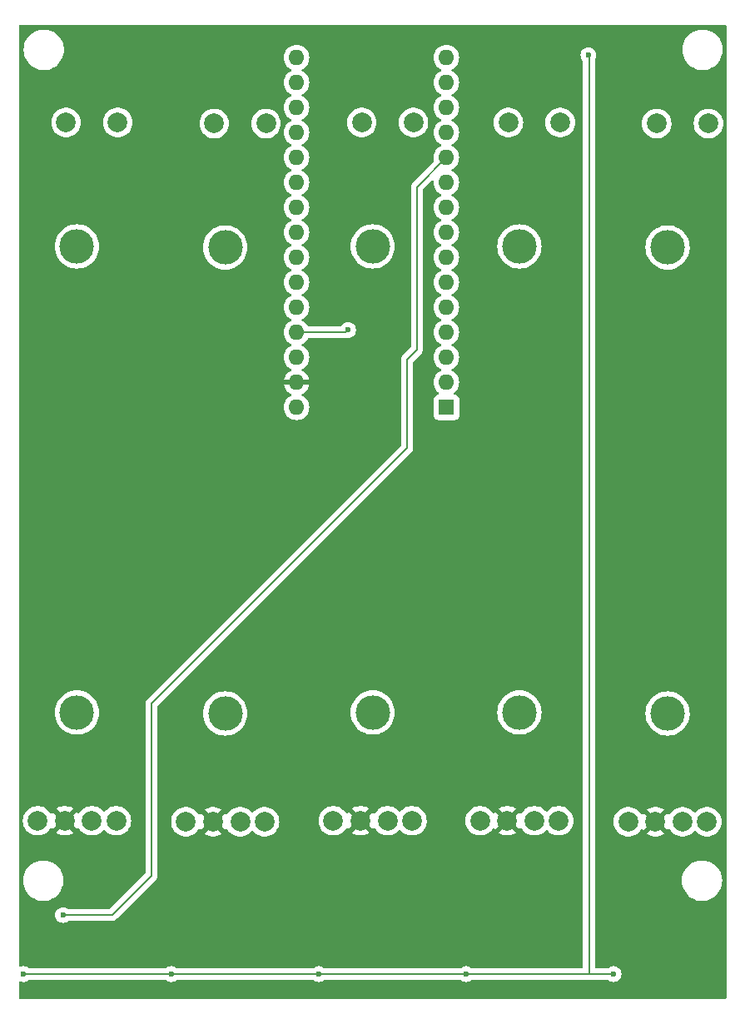
<source format=gbl>
%TF.GenerationSoftware,KiCad,Pcbnew,8.0.0*%
%TF.CreationDate,2024-07-04T13:53:23+02:00*%
%TF.ProjectId,Audio-Controller V2.0,41756469-6f2d-4436-9f6e-74726f6c6c65,rev?*%
%TF.SameCoordinates,Original*%
%TF.FileFunction,Copper,L2,Bot*%
%TF.FilePolarity,Positive*%
%FSLAX46Y46*%
G04 Gerber Fmt 4.6, Leading zero omitted, Abs format (unit mm)*
G04 Created by KiCad (PCBNEW 8.0.0) date 2024-07-04 13:53:23*
%MOMM*%
%LPD*%
G01*
G04 APERTURE LIST*
%TA.AperFunction,ComponentPad*%
%ADD10C,2.000000*%
%TD*%
%TA.AperFunction,ComponentPad*%
%ADD11C,3.500000*%
%TD*%
%TA.AperFunction,ComponentPad*%
%ADD12R,1.600000X1.600000*%
%TD*%
%TA.AperFunction,ComponentPad*%
%ADD13O,1.600000X1.600000*%
%TD*%
%TA.AperFunction,ViaPad*%
%ADD14C,0.600000*%
%TD*%
%TA.AperFunction,Conductor*%
%ADD15C,0.200000*%
%TD*%
G04 APERTURE END LIST*
D10*
%TO.P,Double_Slider_Potentiometer5,1,Slider*%
%TO.N,Net-(A1-A4)*%
X110500000Y-98000000D03*
%TO.P,Double_Slider_Potentiometer5,2,0Ohm*%
%TO.N,GND*%
X113262000Y-98000000D03*
%TO.P,Double_Slider_Potentiometer5,3,Slider*%
%TO.N,unconnected-(Double_Slider_Potentiometer5-Slider-Pad3)*%
X116024000Y-98000000D03*
%TO.P,Double_Slider_Potentiometer5,4,0Ohm*%
%TO.N,unconnected-(Double_Slider_Potentiometer5-0Ohm-Pad4)*%
X118500000Y-98000000D03*
%TO.P,Double_Slider_Potentiometer5,5,MaxOhm*%
%TO.N,+5V*%
X113388000Y-27000000D03*
%TO.P,Double_Slider_Potentiometer5,6,MaxOhm*%
%TO.N,unconnected-(Double_Slider_Potentiometer5-MaxOhm-Pad6)*%
X118650000Y-27000000D03*
D11*
%TO.P,Double_Slider_Potentiometer5,7*%
%TO.N,N/C*%
X114500000Y-87000000D03*
%TO.P,Double_Slider_Potentiometer5,8*%
X114500000Y-39600000D03*
%TD*%
D12*
%TO.P,A1,1,D1/TX*%
%TO.N,unconnected-(A1-D1{slash}TX-Pad1)*%
X92000000Y-55860000D03*
D13*
%TO.P,A1,2,D0/RX*%
%TO.N,unconnected-(A1-D0{slash}RX-Pad2)*%
X92000000Y-53320000D03*
%TO.P,A1,3,~{RESET}*%
%TO.N,unconnected-(A1-~{RESET}-Pad3)*%
X92000000Y-50780000D03*
%TO.P,A1,4,GND*%
%TO.N,unconnected-(A1-GND-Pad4)*%
X92000000Y-48240000D03*
%TO.P,A1,5,D2*%
%TO.N,unconnected-(A1-D2-Pad5)*%
X92000000Y-45700000D03*
%TO.P,A1,6,D3*%
%TO.N,unconnected-(A1-D3-Pad6)*%
X92000000Y-43160000D03*
%TO.P,A1,7,D4*%
%TO.N,unconnected-(A1-D4-Pad7)*%
X92000000Y-40620000D03*
%TO.P,A1,8,D5*%
%TO.N,unconnected-(A1-D5-Pad8)*%
X92000000Y-38080000D03*
%TO.P,A1,9,D6*%
%TO.N,unconnected-(A1-D6-Pad9)*%
X92000000Y-35540000D03*
%TO.P,A1,10,D7*%
%TO.N,unconnected-(A1-D7-Pad10)*%
X92000000Y-33000000D03*
%TO.P,A1,11,D8*%
%TO.N,Net-(A1-D8)*%
X92000000Y-30460000D03*
%TO.P,A1,12,D9*%
%TO.N,unconnected-(A1-D9-Pad12)*%
X92000000Y-27920000D03*
%TO.P,A1,13,D10*%
%TO.N,unconnected-(A1-D10-Pad13)*%
X92000000Y-25380000D03*
%TO.P,A1,14,D11*%
%TO.N,unconnected-(A1-D11-Pad14)*%
X92000000Y-22840000D03*
%TO.P,A1,15,D12*%
%TO.N,unconnected-(A1-D12-Pad15)*%
X92000000Y-20300000D03*
%TO.P,A1,16,D13*%
%TO.N,unconnected-(A1-D13-Pad16)*%
X76760000Y-20300000D03*
%TO.P,A1,17,3V3*%
%TO.N,unconnected-(A1-3V3-Pad17)*%
X76760000Y-22840000D03*
%TO.P,A1,18,AREF*%
%TO.N,unconnected-(A1-AREF-Pad18)*%
X76760000Y-25380000D03*
%TO.P,A1,19,A0*%
%TO.N,Net-(A1-A0)*%
X76760000Y-27920000D03*
%TO.P,A1,20,A1*%
%TO.N,Net-(A1-A1)*%
X76760000Y-30460000D03*
%TO.P,A1,21,A2*%
%TO.N,Net-(A1-A2)*%
X76760000Y-33000000D03*
%TO.P,A1,22,A3*%
%TO.N,Net-(A1-A3)*%
X76760000Y-35540000D03*
%TO.P,A1,23,A4*%
%TO.N,Net-(A1-A4)*%
X76760000Y-38080000D03*
%TO.P,A1,24,A5*%
%TO.N,unconnected-(A1-A5-Pad24)*%
X76760000Y-40620000D03*
%TO.P,A1,25,A6*%
%TO.N,unconnected-(A1-A6-Pad25)*%
X76760000Y-43160000D03*
%TO.P,A1,26,A7*%
%TO.N,unconnected-(A1-A7-Pad26)*%
X76760000Y-45700000D03*
%TO.P,A1,27,+5V*%
%TO.N,+5V*%
X76760000Y-48240000D03*
%TO.P,A1,28,~{RESET}*%
%TO.N,unconnected-(A1-~{RESET}-Pad28)*%
X76760000Y-50780000D03*
%TO.P,A1,29,GND*%
%TO.N,GND*%
X76760000Y-53320000D03*
%TO.P,A1,30,VIN*%
%TO.N,unconnected-(A1-VIN-Pad30)*%
X76760000Y-55860000D03*
%TD*%
D10*
%TO.P,Double_Slider_Potentiometer2,1,Slider*%
%TO.N,Net-(A1-A1)*%
X65500000Y-98000000D03*
%TO.P,Double_Slider_Potentiometer2,2,0Ohm*%
%TO.N,GND*%
X68262000Y-98000000D03*
%TO.P,Double_Slider_Potentiometer2,3,Slider*%
%TO.N,unconnected-(Double_Slider_Potentiometer2-Slider-Pad3)*%
X71024000Y-98000000D03*
%TO.P,Double_Slider_Potentiometer2,4,0Ohm*%
%TO.N,unconnected-(Double_Slider_Potentiometer2-0Ohm-Pad4)*%
X73500000Y-98000000D03*
%TO.P,Double_Slider_Potentiometer2,5,MaxOhm*%
%TO.N,+5V*%
X68388000Y-27000000D03*
%TO.P,Double_Slider_Potentiometer2,6,MaxOhm*%
%TO.N,unconnected-(Double_Slider_Potentiometer2-MaxOhm-Pad6)*%
X73650000Y-27000000D03*
D11*
%TO.P,Double_Slider_Potentiometer2,7*%
%TO.N,N/C*%
X69500000Y-87000000D03*
%TO.P,Double_Slider_Potentiometer2,8*%
X69500000Y-39600000D03*
%TD*%
D10*
%TO.P,Double_Slider_Potentiometer1,1,Slider*%
%TO.N,Net-(A1-A0)*%
X50425000Y-97900000D03*
%TO.P,Double_Slider_Potentiometer1,2,0Ohm*%
%TO.N,GND*%
X53187000Y-97900000D03*
%TO.P,Double_Slider_Potentiometer1,3,Slider*%
%TO.N,unconnected-(Double_Slider_Potentiometer1-Slider-Pad3)*%
X55949000Y-97900000D03*
%TO.P,Double_Slider_Potentiometer1,4,0Ohm*%
%TO.N,unconnected-(Double_Slider_Potentiometer1-0Ohm-Pad4)*%
X58425000Y-97900000D03*
%TO.P,Double_Slider_Potentiometer1,5,MaxOhm*%
%TO.N,+5V*%
X53313000Y-26900000D03*
%TO.P,Double_Slider_Potentiometer1,6,MaxOhm*%
%TO.N,unconnected-(Double_Slider_Potentiometer1-MaxOhm-Pad6)*%
X58575000Y-26900000D03*
D11*
%TO.P,Double_Slider_Potentiometer1,7*%
%TO.N,N/C*%
X54425000Y-86900000D03*
%TO.P,Double_Slider_Potentiometer1,8*%
X54425000Y-39500000D03*
%TD*%
D10*
%TO.P,Double_Slider_Potentiometer4,1,Slider*%
%TO.N,Net-(A1-A3)*%
X95425000Y-97900000D03*
%TO.P,Double_Slider_Potentiometer4,2,0Ohm*%
%TO.N,GND*%
X98187000Y-97900000D03*
%TO.P,Double_Slider_Potentiometer4,3,Slider*%
%TO.N,unconnected-(Double_Slider_Potentiometer4-Slider-Pad3)*%
X100949000Y-97900000D03*
%TO.P,Double_Slider_Potentiometer4,4,0Ohm*%
%TO.N,unconnected-(Double_Slider_Potentiometer4-0Ohm-Pad4)*%
X103425000Y-97900000D03*
%TO.P,Double_Slider_Potentiometer4,5,MaxOhm*%
%TO.N,+5V*%
X98313000Y-26900000D03*
%TO.P,Double_Slider_Potentiometer4,6,MaxOhm*%
%TO.N,unconnected-(Double_Slider_Potentiometer4-MaxOhm-Pad6)*%
X103575000Y-26900000D03*
D11*
%TO.P,Double_Slider_Potentiometer4,7*%
%TO.N,N/C*%
X99425000Y-86900000D03*
%TO.P,Double_Slider_Potentiometer4,8*%
X99425000Y-39500000D03*
%TD*%
D10*
%TO.P,Double_Slider_Potentiometer3,1,Slider*%
%TO.N,Net-(A1-A2)*%
X80500000Y-97900000D03*
%TO.P,Double_Slider_Potentiometer3,2,0Ohm*%
%TO.N,GND*%
X83262000Y-97900000D03*
%TO.P,Double_Slider_Potentiometer3,3,Slider*%
%TO.N,unconnected-(Double_Slider_Potentiometer3-Slider-Pad3)*%
X86024000Y-97900000D03*
%TO.P,Double_Slider_Potentiometer3,4,0Ohm*%
%TO.N,unconnected-(Double_Slider_Potentiometer3-0Ohm-Pad4)*%
X88500000Y-97900000D03*
%TO.P,Double_Slider_Potentiometer3,5,MaxOhm*%
%TO.N,+5V*%
X83388000Y-26900000D03*
%TO.P,Double_Slider_Potentiometer3,6,MaxOhm*%
%TO.N,unconnected-(Double_Slider_Potentiometer3-MaxOhm-Pad6)*%
X88650000Y-26900000D03*
D11*
%TO.P,Double_Slider_Potentiometer3,7*%
%TO.N,N/C*%
X84500000Y-86900000D03*
%TO.P,Double_Slider_Potentiometer3,8*%
X84500000Y-39500000D03*
%TD*%
D14*
%TO.N,GND*%
X62000000Y-31500000D03*
%TO.N,Net-(A1-D8)*%
X53000000Y-107500000D03*
%TO.N,+5V*%
X79000000Y-113500000D03*
X49000000Y-113500000D03*
X94000000Y-113500000D03*
X64000000Y-113500000D03*
X82000000Y-48000000D03*
X109000000Y-113500000D03*
X106444000Y-20056000D03*
%TD*%
D15*
%TO.N,Net-(A1-D8)*%
X88000000Y-60000000D02*
X62000000Y-86000000D01*
X58000000Y-107500000D02*
X53000000Y-107500000D01*
X92000000Y-30460000D02*
X89000000Y-33460000D01*
X62000000Y-103500000D02*
X58000000Y-107500000D01*
X89000000Y-50000000D02*
X88000000Y-51000000D01*
X62000000Y-86000000D02*
X62000000Y-103500000D01*
X89000000Y-33460000D02*
X89000000Y-50000000D01*
X88000000Y-51000000D02*
X88000000Y-60000000D01*
%TO.N,+5V*%
X106500000Y-103500000D02*
X106500000Y-20112000D01*
X94000000Y-113500000D02*
X79000000Y-113500000D01*
X106500000Y-103500000D02*
X106500000Y-104000000D01*
X106500000Y-104000000D02*
X106500000Y-113500000D01*
X106500000Y-20112000D02*
X106444000Y-20056000D01*
X79000000Y-113500000D02*
X64000000Y-113500000D01*
X82000000Y-48000000D02*
X81760000Y-48240000D01*
X81760000Y-48240000D02*
X76760000Y-48240000D01*
X49000000Y-113500000D02*
X49500000Y-113500000D01*
X64000000Y-113500000D02*
X49000000Y-113500000D01*
X106500000Y-113500000D02*
X94000000Y-113500000D01*
X106500000Y-113500000D02*
X109000000Y-113500000D01*
%TD*%
%TA.AperFunction,Conductor*%
%TO.N,GND*%
G36*
X120442539Y-17020185D02*
G01*
X120488294Y-17072989D01*
X120499500Y-17124500D01*
X120499500Y-115875500D01*
X120479815Y-115942539D01*
X120427011Y-115988294D01*
X120375500Y-115999500D01*
X48624500Y-115999500D01*
X48557461Y-115979815D01*
X48511706Y-115927011D01*
X48500500Y-115875500D01*
X48500500Y-114348071D01*
X48520185Y-114281032D01*
X48572989Y-114235277D01*
X48642147Y-114225333D01*
X48665455Y-114231030D01*
X48820737Y-114285366D01*
X48820743Y-114285367D01*
X48820745Y-114285368D01*
X48820746Y-114285368D01*
X48820750Y-114285369D01*
X48999996Y-114305565D01*
X49000000Y-114305565D01*
X49000004Y-114305565D01*
X49179249Y-114285369D01*
X49179252Y-114285368D01*
X49179255Y-114285368D01*
X49349522Y-114225789D01*
X49502262Y-114129816D01*
X49502267Y-114129810D01*
X49505097Y-114127555D01*
X49507275Y-114126665D01*
X49508158Y-114126111D01*
X49508255Y-114126265D01*
X49569783Y-114101145D01*
X49582412Y-114100500D01*
X63417588Y-114100500D01*
X63484627Y-114120185D01*
X63494903Y-114127555D01*
X63497736Y-114129814D01*
X63497738Y-114129816D01*
X63650478Y-114225789D01*
X63808353Y-114281032D01*
X63820745Y-114285368D01*
X63820750Y-114285369D01*
X63999996Y-114305565D01*
X64000000Y-114305565D01*
X64000004Y-114305565D01*
X64179249Y-114285369D01*
X64179252Y-114285368D01*
X64179255Y-114285368D01*
X64349522Y-114225789D01*
X64502262Y-114129816D01*
X64502267Y-114129810D01*
X64505097Y-114127555D01*
X64507275Y-114126665D01*
X64508158Y-114126111D01*
X64508255Y-114126265D01*
X64569783Y-114101145D01*
X64582412Y-114100500D01*
X78417588Y-114100500D01*
X78484627Y-114120185D01*
X78494903Y-114127555D01*
X78497736Y-114129814D01*
X78497738Y-114129816D01*
X78650478Y-114225789D01*
X78808353Y-114281032D01*
X78820745Y-114285368D01*
X78820750Y-114285369D01*
X78999996Y-114305565D01*
X79000000Y-114305565D01*
X79000004Y-114305565D01*
X79179249Y-114285369D01*
X79179252Y-114285368D01*
X79179255Y-114285368D01*
X79349522Y-114225789D01*
X79502262Y-114129816D01*
X79502267Y-114129810D01*
X79505097Y-114127555D01*
X79507275Y-114126665D01*
X79508158Y-114126111D01*
X79508255Y-114126265D01*
X79569783Y-114101145D01*
X79582412Y-114100500D01*
X93417588Y-114100500D01*
X93484627Y-114120185D01*
X93494903Y-114127555D01*
X93497736Y-114129814D01*
X93497738Y-114129816D01*
X93650478Y-114225789D01*
X93808353Y-114281032D01*
X93820745Y-114285368D01*
X93820750Y-114285369D01*
X93999996Y-114305565D01*
X94000000Y-114305565D01*
X94000004Y-114305565D01*
X94179249Y-114285369D01*
X94179252Y-114285368D01*
X94179255Y-114285368D01*
X94349522Y-114225789D01*
X94502262Y-114129816D01*
X94502267Y-114129810D01*
X94505097Y-114127555D01*
X94507275Y-114126665D01*
X94508158Y-114126111D01*
X94508255Y-114126265D01*
X94569783Y-114101145D01*
X94582412Y-114100500D01*
X106420943Y-114100500D01*
X108417588Y-114100500D01*
X108484627Y-114120185D01*
X108494903Y-114127555D01*
X108497736Y-114129814D01*
X108497738Y-114129816D01*
X108650478Y-114225789D01*
X108808353Y-114281032D01*
X108820745Y-114285368D01*
X108820750Y-114285369D01*
X108999996Y-114305565D01*
X109000000Y-114305565D01*
X109000004Y-114305565D01*
X109179249Y-114285369D01*
X109179252Y-114285368D01*
X109179255Y-114285368D01*
X109349522Y-114225789D01*
X109502262Y-114129816D01*
X109629816Y-114002262D01*
X109725789Y-113849522D01*
X109785368Y-113679255D01*
X109805565Y-113500000D01*
X109785368Y-113320745D01*
X109725789Y-113150478D01*
X109629816Y-112997738D01*
X109502262Y-112870184D01*
X109499499Y-112868448D01*
X109349523Y-112774211D01*
X109179254Y-112714631D01*
X109179249Y-112714630D01*
X109000004Y-112694435D01*
X108999996Y-112694435D01*
X108820750Y-112714630D01*
X108820745Y-112714631D01*
X108650476Y-112774211D01*
X108497736Y-112870185D01*
X108494903Y-112872445D01*
X108492724Y-112873334D01*
X108491842Y-112873889D01*
X108491744Y-112873734D01*
X108430217Y-112898855D01*
X108417588Y-112899500D01*
X107224500Y-112899500D01*
X107157461Y-112879815D01*
X107111706Y-112827011D01*
X107100500Y-112775500D01*
X107100500Y-104000000D01*
X115944709Y-104000000D01*
X115963851Y-104279862D01*
X115963852Y-104279864D01*
X116020921Y-104554499D01*
X116020926Y-104554516D01*
X116031075Y-104583071D01*
X116114864Y-104818830D01*
X116243919Y-105067896D01*
X116405688Y-105297069D01*
X116405692Y-105297073D01*
X116405692Y-105297074D01*
X116597154Y-105502080D01*
X116597155Y-105502081D01*
X116814754Y-105679111D01*
X116814756Y-105679112D01*
X116814757Y-105679113D01*
X117054433Y-105824863D01*
X117263257Y-105915567D01*
X117311725Y-105936620D01*
X117581839Y-106012303D01*
X117826159Y-106045884D01*
X117859741Y-106050500D01*
X117859742Y-106050500D01*
X118140259Y-106050500D01*
X118170219Y-106046381D01*
X118418161Y-106012303D01*
X118688275Y-105936620D01*
X118945568Y-105824862D01*
X119185246Y-105679111D01*
X119402845Y-105502081D01*
X119594312Y-105297069D01*
X119756081Y-105067896D01*
X119885136Y-104818830D01*
X119979075Y-104554511D01*
X119979076Y-104554504D01*
X119979078Y-104554499D01*
X120010845Y-104401626D01*
X120036148Y-104279862D01*
X120055291Y-104000000D01*
X120036148Y-103720138D01*
X120006831Y-103579056D01*
X119979078Y-103445500D01*
X119979073Y-103445483D01*
X119953576Y-103373742D01*
X119885136Y-103181170D01*
X119756081Y-102932104D01*
X119594312Y-102702931D01*
X119594307Y-102702925D01*
X119402845Y-102497919D01*
X119185242Y-102320886D01*
X118945566Y-102175136D01*
X118688276Y-102063380D01*
X118418166Y-101987698D01*
X118418162Y-101987697D01*
X118418161Y-101987697D01*
X118279209Y-101968598D01*
X118140259Y-101949500D01*
X118140258Y-101949500D01*
X117859742Y-101949500D01*
X117859741Y-101949500D01*
X117581839Y-101987697D01*
X117581833Y-101987698D01*
X117311723Y-102063380D01*
X117054433Y-102175136D01*
X116814757Y-102320886D01*
X116597154Y-102497919D01*
X116405692Y-102702925D01*
X116405692Y-102702926D01*
X116243919Y-102932103D01*
X116114863Y-103181171D01*
X116020926Y-103445483D01*
X116020921Y-103445500D01*
X115963852Y-103720135D01*
X115963851Y-103720137D01*
X115944709Y-104000000D01*
X107100500Y-104000000D01*
X107100500Y-98000005D01*
X108994357Y-98000005D01*
X109014890Y-98247812D01*
X109014892Y-98247824D01*
X109075936Y-98488881D01*
X109175826Y-98716606D01*
X109311833Y-98924782D01*
X109311835Y-98924784D01*
X109311836Y-98924785D01*
X109480256Y-99107738D01*
X109676491Y-99260474D01*
X109676493Y-99260475D01*
X109894332Y-99378364D01*
X109895190Y-99378828D01*
X110114141Y-99453994D01*
X110128964Y-99459083D01*
X110130386Y-99459571D01*
X110375665Y-99500500D01*
X110624335Y-99500500D01*
X110869614Y-99459571D01*
X111104810Y-99378828D01*
X111323509Y-99260474D01*
X111519744Y-99107738D01*
X111688164Y-98924785D01*
X111777491Y-98788059D01*
X111830635Y-98742704D01*
X111899866Y-98733280D01*
X111963202Y-98762781D01*
X111985106Y-98788060D01*
X112038563Y-98869882D01*
X112038564Y-98869882D01*
X112779037Y-98129409D01*
X112796075Y-98192993D01*
X112861901Y-98307007D01*
X112954993Y-98400099D01*
X113069007Y-98465925D01*
X113132590Y-98482962D01*
X112391942Y-99223609D01*
X112438768Y-99260055D01*
X112438770Y-99260056D01*
X112657385Y-99378364D01*
X112657396Y-99378369D01*
X112892506Y-99459083D01*
X113137707Y-99500000D01*
X113386293Y-99500000D01*
X113631493Y-99459083D01*
X113866603Y-99378369D01*
X113866614Y-99378364D01*
X114085228Y-99260057D01*
X114085231Y-99260055D01*
X114132056Y-99223609D01*
X113391409Y-98482962D01*
X113454993Y-98465925D01*
X113569007Y-98400099D01*
X113662099Y-98307007D01*
X113727925Y-98192993D01*
X113744962Y-98129410D01*
X114485434Y-98869882D01*
X114538892Y-98788060D01*
X114592038Y-98742704D01*
X114661269Y-98733280D01*
X114724605Y-98762782D01*
X114746509Y-98788060D01*
X114835836Y-98924785D01*
X115004256Y-99107738D01*
X115200491Y-99260474D01*
X115200493Y-99260475D01*
X115418332Y-99378364D01*
X115419190Y-99378828D01*
X115638141Y-99453994D01*
X115652964Y-99459083D01*
X115654386Y-99459571D01*
X115899665Y-99500500D01*
X116148335Y-99500500D01*
X116393614Y-99459571D01*
X116628810Y-99378828D01*
X116847509Y-99260474D01*
X117043744Y-99107738D01*
X117170771Y-98969748D01*
X117230657Y-98933760D01*
X117300495Y-98935860D01*
X117353227Y-98969748D01*
X117480256Y-99107738D01*
X117676491Y-99260474D01*
X117676493Y-99260475D01*
X117894332Y-99378364D01*
X117895190Y-99378828D01*
X118114141Y-99453994D01*
X118128964Y-99459083D01*
X118130386Y-99459571D01*
X118375665Y-99500500D01*
X118624335Y-99500500D01*
X118869614Y-99459571D01*
X119104810Y-99378828D01*
X119323509Y-99260474D01*
X119519744Y-99107738D01*
X119688164Y-98924785D01*
X119824173Y-98716607D01*
X119924063Y-98488881D01*
X119985108Y-98247821D01*
X119993394Y-98147824D01*
X120005643Y-98000005D01*
X120005643Y-97999994D01*
X119985109Y-97752187D01*
X119985107Y-97752175D01*
X119924063Y-97511118D01*
X119824173Y-97283393D01*
X119688166Y-97075217D01*
X119596109Y-96975217D01*
X119519744Y-96892262D01*
X119323509Y-96739526D01*
X119323507Y-96739525D01*
X119323506Y-96739524D01*
X119104811Y-96621172D01*
X119104802Y-96621169D01*
X118869616Y-96540429D01*
X118624335Y-96499500D01*
X118375665Y-96499500D01*
X118130383Y-96540429D01*
X117895197Y-96621169D01*
X117895188Y-96621172D01*
X117676493Y-96739524D01*
X117480257Y-96892261D01*
X117353230Y-97030249D01*
X117293342Y-97066240D01*
X117223504Y-97064139D01*
X117170770Y-97030249D01*
X117120109Y-96975217D01*
X117043744Y-96892262D01*
X116847509Y-96739526D01*
X116847507Y-96739525D01*
X116847506Y-96739524D01*
X116628811Y-96621172D01*
X116628802Y-96621169D01*
X116393616Y-96540429D01*
X116148335Y-96499500D01*
X115899665Y-96499500D01*
X115654383Y-96540429D01*
X115419197Y-96621169D01*
X115419188Y-96621172D01*
X115200493Y-96739524D01*
X115004257Y-96892261D01*
X115004256Y-96892262D01*
X114927892Y-96975215D01*
X114835836Y-97075215D01*
X114746510Y-97211939D01*
X114693363Y-97257295D01*
X114624132Y-97266719D01*
X114560796Y-97237217D01*
X114538893Y-97211939D01*
X114485434Y-97130116D01*
X113744962Y-97870589D01*
X113727925Y-97807007D01*
X113662099Y-97692993D01*
X113569007Y-97599901D01*
X113454993Y-97534075D01*
X113391410Y-97517037D01*
X114132057Y-96776390D01*
X114132056Y-96776389D01*
X114085229Y-96739943D01*
X113866614Y-96621635D01*
X113866603Y-96621630D01*
X113631493Y-96540916D01*
X113386293Y-96500000D01*
X113137707Y-96500000D01*
X112892506Y-96540916D01*
X112657396Y-96621630D01*
X112657390Y-96621632D01*
X112438761Y-96739949D01*
X112391942Y-96776388D01*
X112391942Y-96776390D01*
X113132590Y-97517037D01*
X113069007Y-97534075D01*
X112954993Y-97599901D01*
X112861901Y-97692993D01*
X112796075Y-97807007D01*
X112779037Y-97870589D01*
X112038564Y-97130116D01*
X112038563Y-97130116D01*
X111985106Y-97211939D01*
X111931960Y-97257295D01*
X111862729Y-97266719D01*
X111799393Y-97237217D01*
X111777489Y-97211938D01*
X111688166Y-97075217D01*
X111596109Y-96975217D01*
X111519744Y-96892262D01*
X111323509Y-96739526D01*
X111323507Y-96739525D01*
X111323506Y-96739524D01*
X111104811Y-96621172D01*
X111104802Y-96621169D01*
X110869616Y-96540429D01*
X110624335Y-96499500D01*
X110375665Y-96499500D01*
X110130383Y-96540429D01*
X109895197Y-96621169D01*
X109895188Y-96621172D01*
X109676493Y-96739524D01*
X109480257Y-96892261D01*
X109311833Y-97075217D01*
X109175826Y-97283393D01*
X109075936Y-97511118D01*
X109014892Y-97752175D01*
X109014890Y-97752187D01*
X108994357Y-97999994D01*
X108994357Y-98000005D01*
X107100500Y-98000005D01*
X107100500Y-87000007D01*
X112244671Y-87000007D01*
X112263964Y-87294363D01*
X112263965Y-87294373D01*
X112263966Y-87294380D01*
X112263968Y-87294390D01*
X112321518Y-87583716D01*
X112321521Y-87583730D01*
X112416349Y-87863080D01*
X112546825Y-88127660D01*
X112546829Y-88127667D01*
X112710725Y-88372955D01*
X112905241Y-88594758D01*
X113127044Y-88789274D01*
X113372332Y-88953170D01*
X113372335Y-88953172D01*
X113636923Y-89083652D01*
X113916278Y-89178481D01*
X114205620Y-89236034D01*
X114233888Y-89237886D01*
X114499993Y-89255329D01*
X114500000Y-89255329D01*
X114500007Y-89255329D01*
X114735675Y-89239881D01*
X114794380Y-89236034D01*
X115083722Y-89178481D01*
X115363077Y-89083652D01*
X115627665Y-88953172D01*
X115872957Y-88789273D01*
X116094758Y-88594758D01*
X116289273Y-88372957D01*
X116453172Y-88127665D01*
X116583652Y-87863077D01*
X116678481Y-87583722D01*
X116736034Y-87294380D01*
X116742588Y-87194390D01*
X116755329Y-87000007D01*
X116755329Y-86999992D01*
X116736035Y-86705636D01*
X116736034Y-86705620D01*
X116678481Y-86416278D01*
X116583652Y-86136923D01*
X116453172Y-85872336D01*
X116289273Y-85627043D01*
X116201575Y-85527043D01*
X116094758Y-85405241D01*
X115872955Y-85210725D01*
X115627667Y-85046829D01*
X115627660Y-85046825D01*
X115363080Y-84916349D01*
X115083730Y-84821521D01*
X115083724Y-84821519D01*
X115083722Y-84821519D01*
X114794380Y-84763966D01*
X114794373Y-84763965D01*
X114794363Y-84763964D01*
X114500007Y-84744671D01*
X114499993Y-84744671D01*
X114205636Y-84763964D01*
X114205624Y-84763965D01*
X114205620Y-84763966D01*
X114205612Y-84763967D01*
X114205609Y-84763968D01*
X113916283Y-84821518D01*
X113916269Y-84821521D01*
X113636919Y-84916349D01*
X113372334Y-85046828D01*
X113127041Y-85210728D01*
X112905241Y-85405241D01*
X112710728Y-85627041D01*
X112546828Y-85872334D01*
X112416349Y-86136919D01*
X112321521Y-86416269D01*
X112321518Y-86416283D01*
X112263968Y-86705609D01*
X112263964Y-86705636D01*
X112244671Y-86999992D01*
X112244671Y-87000007D01*
X107100500Y-87000007D01*
X107100500Y-39600007D01*
X112244671Y-39600007D01*
X112263964Y-39894363D01*
X112263965Y-39894373D01*
X112263966Y-39894380D01*
X112263968Y-39894390D01*
X112321518Y-40183716D01*
X112321521Y-40183730D01*
X112416349Y-40463080D01*
X112546825Y-40727660D01*
X112546829Y-40727667D01*
X112710725Y-40972955D01*
X112905241Y-41194758D01*
X113127044Y-41389274D01*
X113372332Y-41553170D01*
X113372335Y-41553172D01*
X113636923Y-41683652D01*
X113916278Y-41778481D01*
X114205620Y-41836034D01*
X114233888Y-41837886D01*
X114499993Y-41855329D01*
X114500000Y-41855329D01*
X114500007Y-41855329D01*
X114735675Y-41839881D01*
X114794380Y-41836034D01*
X115083722Y-41778481D01*
X115363077Y-41683652D01*
X115627665Y-41553172D01*
X115872957Y-41389273D01*
X116094758Y-41194758D01*
X116289273Y-40972957D01*
X116453172Y-40727665D01*
X116583652Y-40463077D01*
X116678481Y-40183722D01*
X116736034Y-39894380D01*
X116742588Y-39794390D01*
X116755329Y-39600007D01*
X116755329Y-39599992D01*
X116736035Y-39305636D01*
X116736034Y-39305620D01*
X116678481Y-39016278D01*
X116583652Y-38736923D01*
X116453172Y-38472336D01*
X116289273Y-38227043D01*
X116201575Y-38127043D01*
X116094758Y-38005241D01*
X115872955Y-37810725D01*
X115627667Y-37646829D01*
X115627660Y-37646825D01*
X115363080Y-37516349D01*
X115083730Y-37421521D01*
X115083724Y-37421519D01*
X115083722Y-37421519D01*
X114794380Y-37363966D01*
X114794373Y-37363965D01*
X114794363Y-37363964D01*
X114500007Y-37344671D01*
X114499993Y-37344671D01*
X114205636Y-37363964D01*
X114205624Y-37363965D01*
X114205620Y-37363966D01*
X114205612Y-37363967D01*
X114205609Y-37363968D01*
X113916283Y-37421518D01*
X113916269Y-37421521D01*
X113636919Y-37516349D01*
X113372334Y-37646828D01*
X113127041Y-37810728D01*
X112905241Y-38005241D01*
X112710728Y-38227041D01*
X112546828Y-38472334D01*
X112416349Y-38736919D01*
X112321521Y-39016269D01*
X112321518Y-39016283D01*
X112263968Y-39305609D01*
X112263964Y-39305636D01*
X112244671Y-39599992D01*
X112244671Y-39600007D01*
X107100500Y-39600007D01*
X107100500Y-27000005D01*
X111882357Y-27000005D01*
X111902890Y-27247812D01*
X111902892Y-27247824D01*
X111963936Y-27488881D01*
X112063826Y-27716606D01*
X112199833Y-27924782D01*
X112199836Y-27924785D01*
X112368256Y-28107738D01*
X112564491Y-28260474D01*
X112783190Y-28378828D01*
X113018386Y-28459571D01*
X113263665Y-28500500D01*
X113512335Y-28500500D01*
X113757614Y-28459571D01*
X113992810Y-28378828D01*
X114211509Y-28260474D01*
X114407744Y-28107738D01*
X114576164Y-27924785D01*
X114579292Y-27919998D01*
X114641499Y-27824782D01*
X114712173Y-27716607D01*
X114812063Y-27488881D01*
X114873108Y-27247821D01*
X114881394Y-27147824D01*
X114893643Y-27000005D01*
X117144357Y-27000005D01*
X117164890Y-27247812D01*
X117164892Y-27247824D01*
X117225936Y-27488881D01*
X117325826Y-27716606D01*
X117461833Y-27924782D01*
X117461836Y-27924785D01*
X117630256Y-28107738D01*
X117826491Y-28260474D01*
X118045190Y-28378828D01*
X118280386Y-28459571D01*
X118525665Y-28500500D01*
X118774335Y-28500500D01*
X119019614Y-28459571D01*
X119254810Y-28378828D01*
X119473509Y-28260474D01*
X119669744Y-28107738D01*
X119838164Y-27924785D01*
X119841292Y-27919998D01*
X119903499Y-27824782D01*
X119974173Y-27716607D01*
X120074063Y-27488881D01*
X120135108Y-27247821D01*
X120143394Y-27147824D01*
X120155643Y-27000005D01*
X120155643Y-26999994D01*
X120135109Y-26752187D01*
X120135107Y-26752175D01*
X120074063Y-26511118D01*
X119974173Y-26283393D01*
X119838166Y-26075217D01*
X119816557Y-26051744D01*
X119669744Y-25892262D01*
X119473509Y-25739526D01*
X119473507Y-25739525D01*
X119473506Y-25739524D01*
X119254811Y-25621172D01*
X119254802Y-25621169D01*
X119019616Y-25540429D01*
X118774335Y-25499500D01*
X118525665Y-25499500D01*
X118280383Y-25540429D01*
X118045197Y-25621169D01*
X118045188Y-25621172D01*
X117826493Y-25739524D01*
X117630257Y-25892261D01*
X117461833Y-26075217D01*
X117325826Y-26283393D01*
X117225936Y-26511118D01*
X117164892Y-26752175D01*
X117164890Y-26752187D01*
X117144357Y-26999994D01*
X117144357Y-27000005D01*
X114893643Y-27000005D01*
X114893643Y-26999994D01*
X114873109Y-26752187D01*
X114873107Y-26752175D01*
X114812063Y-26511118D01*
X114712173Y-26283393D01*
X114576166Y-26075217D01*
X114554557Y-26051744D01*
X114407744Y-25892262D01*
X114211509Y-25739526D01*
X114211507Y-25739525D01*
X114211506Y-25739524D01*
X113992811Y-25621172D01*
X113992802Y-25621169D01*
X113757616Y-25540429D01*
X113512335Y-25499500D01*
X113263665Y-25499500D01*
X113018383Y-25540429D01*
X112783197Y-25621169D01*
X112783188Y-25621172D01*
X112564493Y-25739524D01*
X112368257Y-25892261D01*
X112199833Y-26075217D01*
X112063826Y-26283393D01*
X111963936Y-26511118D01*
X111902892Y-26752175D01*
X111902890Y-26752187D01*
X111882357Y-26999994D01*
X111882357Y-27000005D01*
X107100500Y-27000005D01*
X107100500Y-20551518D01*
X107119507Y-20485545D01*
X107169788Y-20405524D01*
X107200124Y-20318830D01*
X107229368Y-20235255D01*
X107246515Y-20083071D01*
X107249565Y-20056003D01*
X107249565Y-20055996D01*
X107229369Y-19876750D01*
X107229368Y-19876745D01*
X107169788Y-19706476D01*
X107073815Y-19553737D01*
X107020078Y-19500000D01*
X115994709Y-19500000D01*
X116013851Y-19779862D01*
X116013852Y-19779864D01*
X116070921Y-20054499D01*
X116070926Y-20054516D01*
X116158172Y-20300001D01*
X116164864Y-20318830D01*
X116293919Y-20567896D01*
X116455688Y-20797069D01*
X116455692Y-20797073D01*
X116455692Y-20797074D01*
X116601066Y-20952732D01*
X116647155Y-21002081D01*
X116864754Y-21179111D01*
X116864756Y-21179112D01*
X116864757Y-21179113D01*
X117104433Y-21324863D01*
X117313257Y-21415567D01*
X117361725Y-21436620D01*
X117631839Y-21512303D01*
X117876159Y-21545884D01*
X117909741Y-21550500D01*
X117909742Y-21550500D01*
X118190259Y-21550500D01*
X118220219Y-21546381D01*
X118468161Y-21512303D01*
X118738275Y-21436620D01*
X118995568Y-21324862D01*
X119235246Y-21179111D01*
X119452845Y-21002081D01*
X119644312Y-20797069D01*
X119806081Y-20567896D01*
X119935136Y-20318830D01*
X120029075Y-20054511D01*
X120029076Y-20054504D01*
X120029078Y-20054499D01*
X120070845Y-19853502D01*
X120086148Y-19779862D01*
X120105291Y-19500000D01*
X120086148Y-19220138D01*
X120060845Y-19098374D01*
X120029078Y-18945500D01*
X120029073Y-18945483D01*
X120003576Y-18873742D01*
X119935136Y-18681170D01*
X119806081Y-18432104D01*
X119644312Y-18202931D01*
X119644307Y-18202925D01*
X119452845Y-17997919D01*
X119235242Y-17820886D01*
X118995566Y-17675136D01*
X118738276Y-17563380D01*
X118468166Y-17487698D01*
X118468162Y-17487697D01*
X118468161Y-17487697D01*
X118329209Y-17468598D01*
X118190259Y-17449500D01*
X118190258Y-17449500D01*
X117909742Y-17449500D01*
X117909741Y-17449500D01*
X117631839Y-17487697D01*
X117631833Y-17487698D01*
X117361723Y-17563380D01*
X117104433Y-17675136D01*
X116864757Y-17820886D01*
X116647154Y-17997919D01*
X116455692Y-18202925D01*
X116455692Y-18202926D01*
X116293919Y-18432103D01*
X116164863Y-18681171D01*
X116070926Y-18945483D01*
X116070921Y-18945500D01*
X116013852Y-19220135D01*
X116013851Y-19220137D01*
X115994709Y-19500000D01*
X107020078Y-19500000D01*
X106946262Y-19426184D01*
X106793523Y-19330211D01*
X106623254Y-19270631D01*
X106623249Y-19270630D01*
X106444004Y-19250435D01*
X106443996Y-19250435D01*
X106264750Y-19270630D01*
X106264745Y-19270631D01*
X106094476Y-19330211D01*
X105941737Y-19426184D01*
X105814184Y-19553737D01*
X105718211Y-19706476D01*
X105658631Y-19876745D01*
X105658630Y-19876750D01*
X105638435Y-20055996D01*
X105638435Y-20056003D01*
X105658630Y-20235249D01*
X105658631Y-20235254D01*
X105718211Y-20405523D01*
X105814184Y-20558262D01*
X105863181Y-20607259D01*
X105896666Y-20668582D01*
X105899500Y-20694940D01*
X105899500Y-112775500D01*
X105879815Y-112842539D01*
X105827011Y-112888294D01*
X105775500Y-112899500D01*
X94582412Y-112899500D01*
X94515373Y-112879815D01*
X94505097Y-112872445D01*
X94502263Y-112870185D01*
X94502262Y-112870184D01*
X94433553Y-112827011D01*
X94349523Y-112774211D01*
X94179254Y-112714631D01*
X94179249Y-112714630D01*
X94000004Y-112694435D01*
X93999996Y-112694435D01*
X93820750Y-112714630D01*
X93820745Y-112714631D01*
X93650476Y-112774211D01*
X93497736Y-112870185D01*
X93494903Y-112872445D01*
X93492724Y-112873334D01*
X93491842Y-112873889D01*
X93491744Y-112873734D01*
X93430217Y-112898855D01*
X93417588Y-112899500D01*
X79582412Y-112899500D01*
X79515373Y-112879815D01*
X79505097Y-112872445D01*
X79502263Y-112870185D01*
X79502262Y-112870184D01*
X79433553Y-112827011D01*
X79349523Y-112774211D01*
X79179254Y-112714631D01*
X79179249Y-112714630D01*
X79000004Y-112694435D01*
X78999996Y-112694435D01*
X78820750Y-112714630D01*
X78820745Y-112714631D01*
X78650476Y-112774211D01*
X78497736Y-112870185D01*
X78494903Y-112872445D01*
X78492724Y-112873334D01*
X78491842Y-112873889D01*
X78491744Y-112873734D01*
X78430217Y-112898855D01*
X78417588Y-112899500D01*
X64582412Y-112899500D01*
X64515373Y-112879815D01*
X64505097Y-112872445D01*
X64502263Y-112870185D01*
X64502262Y-112870184D01*
X64433553Y-112827011D01*
X64349523Y-112774211D01*
X64179254Y-112714631D01*
X64179249Y-112714630D01*
X64000004Y-112694435D01*
X63999996Y-112694435D01*
X63820750Y-112714630D01*
X63820745Y-112714631D01*
X63650476Y-112774211D01*
X63497736Y-112870185D01*
X63494903Y-112872445D01*
X63492724Y-112873334D01*
X63491842Y-112873889D01*
X63491744Y-112873734D01*
X63430217Y-112898855D01*
X63417588Y-112899500D01*
X49582412Y-112899500D01*
X49515373Y-112879815D01*
X49505097Y-112872445D01*
X49502263Y-112870185D01*
X49502262Y-112870184D01*
X49433553Y-112827011D01*
X49349523Y-112774211D01*
X49179254Y-112714631D01*
X49179249Y-112714630D01*
X49000004Y-112694435D01*
X48999996Y-112694435D01*
X48820750Y-112714630D01*
X48820742Y-112714632D01*
X48665454Y-112768970D01*
X48595676Y-112772531D01*
X48535048Y-112737802D01*
X48502821Y-112675809D01*
X48500500Y-112651928D01*
X48500500Y-107500003D01*
X52194435Y-107500003D01*
X52214630Y-107679249D01*
X52214631Y-107679254D01*
X52274211Y-107849523D01*
X52370184Y-108002262D01*
X52497738Y-108129816D01*
X52650478Y-108225789D01*
X52820745Y-108285368D01*
X52820750Y-108285369D01*
X52999996Y-108305565D01*
X53000000Y-108305565D01*
X53000004Y-108305565D01*
X53179249Y-108285369D01*
X53179252Y-108285368D01*
X53179255Y-108285368D01*
X53349522Y-108225789D01*
X53502262Y-108129816D01*
X53502267Y-108129810D01*
X53505097Y-108127555D01*
X53507275Y-108126665D01*
X53508158Y-108126111D01*
X53508255Y-108126265D01*
X53569783Y-108101145D01*
X53582412Y-108100500D01*
X57913331Y-108100500D01*
X57913347Y-108100501D01*
X57920943Y-108100501D01*
X58079054Y-108100501D01*
X58079057Y-108100501D01*
X58231785Y-108059577D01*
X58281904Y-108030639D01*
X58368716Y-107980520D01*
X58480520Y-107868716D01*
X58480520Y-107868714D01*
X58490728Y-107858507D01*
X58490730Y-107858504D01*
X62358506Y-103990728D01*
X62358511Y-103990724D01*
X62368714Y-103980520D01*
X62368716Y-103980520D01*
X62480520Y-103868716D01*
X62538543Y-103768216D01*
X62559577Y-103731785D01*
X62600500Y-103579058D01*
X62600500Y-103420943D01*
X62600500Y-98000005D01*
X63994357Y-98000005D01*
X64014890Y-98247812D01*
X64014892Y-98247824D01*
X64075936Y-98488881D01*
X64175826Y-98716606D01*
X64311833Y-98924782D01*
X64311835Y-98924784D01*
X64311836Y-98924785D01*
X64480256Y-99107738D01*
X64676491Y-99260474D01*
X64676493Y-99260475D01*
X64894332Y-99378364D01*
X64895190Y-99378828D01*
X65114141Y-99453994D01*
X65128964Y-99459083D01*
X65130386Y-99459571D01*
X65375665Y-99500500D01*
X65624335Y-99500500D01*
X65869614Y-99459571D01*
X66104810Y-99378828D01*
X66323509Y-99260474D01*
X66519744Y-99107738D01*
X66688164Y-98924785D01*
X66777491Y-98788059D01*
X66830635Y-98742704D01*
X66899866Y-98733280D01*
X66963202Y-98762781D01*
X66985106Y-98788060D01*
X67038563Y-98869882D01*
X67038564Y-98869882D01*
X67779037Y-98129409D01*
X67796075Y-98192993D01*
X67861901Y-98307007D01*
X67954993Y-98400099D01*
X68069007Y-98465925D01*
X68132590Y-98482962D01*
X67391942Y-99223609D01*
X67438768Y-99260055D01*
X67438770Y-99260056D01*
X67657385Y-99378364D01*
X67657396Y-99378369D01*
X67892506Y-99459083D01*
X68137707Y-99500000D01*
X68386293Y-99500000D01*
X68631493Y-99459083D01*
X68866603Y-99378369D01*
X68866614Y-99378364D01*
X69085228Y-99260057D01*
X69085231Y-99260055D01*
X69132056Y-99223609D01*
X68391409Y-98482962D01*
X68454993Y-98465925D01*
X68569007Y-98400099D01*
X68662099Y-98307007D01*
X68727925Y-98192993D01*
X68744962Y-98129410D01*
X69485434Y-98869882D01*
X69538892Y-98788060D01*
X69592038Y-98742704D01*
X69661269Y-98733280D01*
X69724605Y-98762782D01*
X69746509Y-98788060D01*
X69835836Y-98924785D01*
X70004256Y-99107738D01*
X70200491Y-99260474D01*
X70200493Y-99260475D01*
X70418332Y-99378364D01*
X70419190Y-99378828D01*
X70638141Y-99453994D01*
X70652964Y-99459083D01*
X70654386Y-99459571D01*
X70899665Y-99500500D01*
X71148335Y-99500500D01*
X71393614Y-99459571D01*
X71628810Y-99378828D01*
X71847509Y-99260474D01*
X72043744Y-99107738D01*
X72170771Y-98969748D01*
X72230657Y-98933760D01*
X72300495Y-98935860D01*
X72353227Y-98969748D01*
X72480256Y-99107738D01*
X72676491Y-99260474D01*
X72676493Y-99260475D01*
X72894332Y-99378364D01*
X72895190Y-99378828D01*
X73114141Y-99453994D01*
X73128964Y-99459083D01*
X73130386Y-99459571D01*
X73375665Y-99500500D01*
X73624335Y-99500500D01*
X73869614Y-99459571D01*
X74104810Y-99378828D01*
X74323509Y-99260474D01*
X74519744Y-99107738D01*
X74688164Y-98924785D01*
X74824173Y-98716607D01*
X74924063Y-98488881D01*
X74985108Y-98247821D01*
X74993394Y-98147824D01*
X75005643Y-98000005D01*
X75005643Y-97999994D01*
X74997358Y-97900005D01*
X78994357Y-97900005D01*
X79014890Y-98147812D01*
X79014892Y-98147824D01*
X79075936Y-98388881D01*
X79175826Y-98616606D01*
X79311833Y-98824782D01*
X79311835Y-98824784D01*
X79311836Y-98824785D01*
X79480256Y-99007738D01*
X79676491Y-99160474D01*
X79676493Y-99160475D01*
X79894332Y-99278364D01*
X79895190Y-99278828D01*
X80114141Y-99353994D01*
X80128964Y-99359083D01*
X80130386Y-99359571D01*
X80375665Y-99400500D01*
X80624335Y-99400500D01*
X80869614Y-99359571D01*
X81104810Y-99278828D01*
X81323509Y-99160474D01*
X81519744Y-99007738D01*
X81688164Y-98824785D01*
X81777491Y-98688059D01*
X81830635Y-98642704D01*
X81899866Y-98633280D01*
X81963202Y-98662781D01*
X81985106Y-98688060D01*
X82038563Y-98769882D01*
X82038564Y-98769882D01*
X82779037Y-98029409D01*
X82796075Y-98092993D01*
X82861901Y-98207007D01*
X82954993Y-98300099D01*
X83069007Y-98365925D01*
X83132590Y-98382962D01*
X82391942Y-99123609D01*
X82438768Y-99160055D01*
X82438770Y-99160056D01*
X82657385Y-99278364D01*
X82657396Y-99278369D01*
X82892506Y-99359083D01*
X83137707Y-99400000D01*
X83386293Y-99400000D01*
X83631493Y-99359083D01*
X83866603Y-99278369D01*
X83866614Y-99278364D01*
X84085228Y-99160057D01*
X84085231Y-99160055D01*
X84132056Y-99123609D01*
X83391409Y-98382962D01*
X83454993Y-98365925D01*
X83569007Y-98300099D01*
X83662099Y-98207007D01*
X83727925Y-98092993D01*
X83744962Y-98029410D01*
X84485434Y-98769882D01*
X84538892Y-98688060D01*
X84592038Y-98642704D01*
X84661269Y-98633280D01*
X84724605Y-98662782D01*
X84746509Y-98688060D01*
X84835836Y-98824785D01*
X85004256Y-99007738D01*
X85200491Y-99160474D01*
X85200493Y-99160475D01*
X85418332Y-99278364D01*
X85419190Y-99278828D01*
X85638141Y-99353994D01*
X85652964Y-99359083D01*
X85654386Y-99359571D01*
X85899665Y-99400500D01*
X86148335Y-99400500D01*
X86393614Y-99359571D01*
X86628810Y-99278828D01*
X86847509Y-99160474D01*
X87043744Y-99007738D01*
X87170771Y-98869748D01*
X87230657Y-98833760D01*
X87300495Y-98835860D01*
X87353227Y-98869748D01*
X87480256Y-99007738D01*
X87676491Y-99160474D01*
X87676493Y-99160475D01*
X87894332Y-99278364D01*
X87895190Y-99278828D01*
X88114141Y-99353994D01*
X88128964Y-99359083D01*
X88130386Y-99359571D01*
X88375665Y-99400500D01*
X88624335Y-99400500D01*
X88869614Y-99359571D01*
X89104810Y-99278828D01*
X89323509Y-99160474D01*
X89519744Y-99007738D01*
X89688164Y-98824785D01*
X89824173Y-98616607D01*
X89924063Y-98388881D01*
X89985108Y-98147821D01*
X89989651Y-98092993D01*
X90005643Y-97900005D01*
X93919357Y-97900005D01*
X93939890Y-98147812D01*
X93939892Y-98147824D01*
X94000936Y-98388881D01*
X94100826Y-98616606D01*
X94236833Y-98824782D01*
X94236835Y-98824784D01*
X94236836Y-98824785D01*
X94405256Y-99007738D01*
X94601491Y-99160474D01*
X94601493Y-99160475D01*
X94819332Y-99278364D01*
X94820190Y-99278828D01*
X95039141Y-99353994D01*
X95053964Y-99359083D01*
X95055386Y-99359571D01*
X95300665Y-99400500D01*
X95549335Y-99400500D01*
X95794614Y-99359571D01*
X96029810Y-99278828D01*
X96248509Y-99160474D01*
X96444744Y-99007738D01*
X96613164Y-98824785D01*
X96702491Y-98688059D01*
X96755635Y-98642704D01*
X96824866Y-98633280D01*
X96888202Y-98662781D01*
X96910106Y-98688060D01*
X96963563Y-98769882D01*
X96963564Y-98769882D01*
X97704037Y-98029409D01*
X97721075Y-98092993D01*
X97786901Y-98207007D01*
X97879993Y-98300099D01*
X97994007Y-98365925D01*
X98057590Y-98382962D01*
X97316942Y-99123609D01*
X97363768Y-99160055D01*
X97363770Y-99160056D01*
X97582385Y-99278364D01*
X97582396Y-99278369D01*
X97817506Y-99359083D01*
X98062707Y-99400000D01*
X98311293Y-99400000D01*
X98556493Y-99359083D01*
X98791603Y-99278369D01*
X98791614Y-99278364D01*
X99010228Y-99160057D01*
X99010231Y-99160055D01*
X99057056Y-99123609D01*
X98316409Y-98382962D01*
X98379993Y-98365925D01*
X98494007Y-98300099D01*
X98587099Y-98207007D01*
X98652925Y-98092993D01*
X98669962Y-98029410D01*
X99410434Y-98769882D01*
X99463892Y-98688060D01*
X99517038Y-98642704D01*
X99586269Y-98633280D01*
X99649605Y-98662782D01*
X99671509Y-98688060D01*
X99760836Y-98824785D01*
X99929256Y-99007738D01*
X100125491Y-99160474D01*
X100125493Y-99160475D01*
X100343332Y-99278364D01*
X100344190Y-99278828D01*
X100563141Y-99353994D01*
X100577964Y-99359083D01*
X100579386Y-99359571D01*
X100824665Y-99400500D01*
X101073335Y-99400500D01*
X101318614Y-99359571D01*
X101553810Y-99278828D01*
X101772509Y-99160474D01*
X101968744Y-99007738D01*
X102095771Y-98869748D01*
X102155657Y-98833760D01*
X102225495Y-98835860D01*
X102278227Y-98869748D01*
X102405256Y-99007738D01*
X102601491Y-99160474D01*
X102601493Y-99160475D01*
X102819332Y-99278364D01*
X102820190Y-99278828D01*
X103039141Y-99353994D01*
X103053964Y-99359083D01*
X103055386Y-99359571D01*
X103300665Y-99400500D01*
X103549335Y-99400500D01*
X103794614Y-99359571D01*
X104029810Y-99278828D01*
X104248509Y-99160474D01*
X104444744Y-99007738D01*
X104613164Y-98824785D01*
X104749173Y-98616607D01*
X104849063Y-98388881D01*
X104910108Y-98147821D01*
X104914651Y-98092993D01*
X104930643Y-97900005D01*
X104930643Y-97899994D01*
X104910109Y-97652187D01*
X104910107Y-97652175D01*
X104849063Y-97411118D01*
X104749173Y-97183393D01*
X104613166Y-96975217D01*
X104536800Y-96892262D01*
X104444744Y-96792262D01*
X104248509Y-96639526D01*
X104248507Y-96639525D01*
X104248506Y-96639524D01*
X104029811Y-96521172D01*
X104029802Y-96521169D01*
X103794616Y-96440429D01*
X103549335Y-96399500D01*
X103300665Y-96399500D01*
X103055383Y-96440429D01*
X102820197Y-96521169D01*
X102820188Y-96521172D01*
X102601493Y-96639524D01*
X102405257Y-96792261D01*
X102278230Y-96930249D01*
X102218342Y-96966240D01*
X102148504Y-96964139D01*
X102095770Y-96930249D01*
X102060800Y-96892262D01*
X101968744Y-96792262D01*
X101772509Y-96639526D01*
X101772507Y-96639525D01*
X101772506Y-96639524D01*
X101553811Y-96521172D01*
X101553802Y-96521169D01*
X101318616Y-96440429D01*
X101073335Y-96399500D01*
X100824665Y-96399500D01*
X100579383Y-96440429D01*
X100344197Y-96521169D01*
X100344188Y-96521172D01*
X100125493Y-96639524D01*
X99949648Y-96776390D01*
X99929256Y-96792262D01*
X99837200Y-96892262D01*
X99760836Y-96975215D01*
X99671510Y-97111939D01*
X99618363Y-97157295D01*
X99549132Y-97166719D01*
X99485796Y-97137217D01*
X99463893Y-97111939D01*
X99410434Y-97030116D01*
X98669962Y-97770589D01*
X98652925Y-97707007D01*
X98587099Y-97592993D01*
X98494007Y-97499901D01*
X98379993Y-97434075D01*
X98316410Y-97417037D01*
X99057057Y-96676390D01*
X99057056Y-96676389D01*
X99010229Y-96639943D01*
X98791614Y-96521635D01*
X98791603Y-96521630D01*
X98556493Y-96440916D01*
X98311293Y-96400000D01*
X98062707Y-96400000D01*
X97817506Y-96440916D01*
X97582396Y-96521630D01*
X97582390Y-96521632D01*
X97363761Y-96639949D01*
X97316942Y-96676388D01*
X97316942Y-96676390D01*
X98057590Y-97417037D01*
X97994007Y-97434075D01*
X97879993Y-97499901D01*
X97786901Y-97592993D01*
X97721075Y-97707007D01*
X97704037Y-97770589D01*
X96963564Y-97030116D01*
X96963563Y-97030116D01*
X96910106Y-97111939D01*
X96856960Y-97157295D01*
X96787729Y-97166719D01*
X96724393Y-97137217D01*
X96702489Y-97111938D01*
X96613166Y-96975217D01*
X96536800Y-96892262D01*
X96444744Y-96792262D01*
X96248509Y-96639526D01*
X96248507Y-96639525D01*
X96248506Y-96639524D01*
X96029811Y-96521172D01*
X96029802Y-96521169D01*
X95794616Y-96440429D01*
X95549335Y-96399500D01*
X95300665Y-96399500D01*
X95055383Y-96440429D01*
X94820197Y-96521169D01*
X94820188Y-96521172D01*
X94601493Y-96639524D01*
X94405257Y-96792261D01*
X94236833Y-96975217D01*
X94100826Y-97183393D01*
X94000936Y-97411118D01*
X93939892Y-97652175D01*
X93939890Y-97652187D01*
X93919357Y-97899994D01*
X93919357Y-97900005D01*
X90005643Y-97900005D01*
X90005643Y-97899994D01*
X89985109Y-97652187D01*
X89985107Y-97652175D01*
X89924063Y-97411118D01*
X89824173Y-97183393D01*
X89688166Y-96975217D01*
X89611800Y-96892262D01*
X89519744Y-96792262D01*
X89323509Y-96639526D01*
X89323507Y-96639525D01*
X89323506Y-96639524D01*
X89104811Y-96521172D01*
X89104802Y-96521169D01*
X88869616Y-96440429D01*
X88624335Y-96399500D01*
X88375665Y-96399500D01*
X88130383Y-96440429D01*
X87895197Y-96521169D01*
X87895188Y-96521172D01*
X87676493Y-96639524D01*
X87480257Y-96792261D01*
X87353230Y-96930249D01*
X87293342Y-96966240D01*
X87223504Y-96964139D01*
X87170770Y-96930249D01*
X87135800Y-96892262D01*
X87043744Y-96792262D01*
X86847509Y-96639526D01*
X86847507Y-96639525D01*
X86847506Y-96639524D01*
X86628811Y-96521172D01*
X86628802Y-96521169D01*
X86393616Y-96440429D01*
X86148335Y-96399500D01*
X85899665Y-96399500D01*
X85654383Y-96440429D01*
X85419197Y-96521169D01*
X85419188Y-96521172D01*
X85200493Y-96639524D01*
X85024648Y-96776390D01*
X85004256Y-96792262D01*
X84912200Y-96892262D01*
X84835836Y-96975215D01*
X84746510Y-97111939D01*
X84693363Y-97157295D01*
X84624132Y-97166719D01*
X84560796Y-97137217D01*
X84538893Y-97111939D01*
X84485434Y-97030116D01*
X83744962Y-97770589D01*
X83727925Y-97707007D01*
X83662099Y-97592993D01*
X83569007Y-97499901D01*
X83454993Y-97434075D01*
X83391410Y-97417037D01*
X84132057Y-96676390D01*
X84132056Y-96676389D01*
X84085229Y-96639943D01*
X83866614Y-96521635D01*
X83866603Y-96521630D01*
X83631493Y-96440916D01*
X83386293Y-96400000D01*
X83137707Y-96400000D01*
X82892506Y-96440916D01*
X82657396Y-96521630D01*
X82657390Y-96521632D01*
X82438761Y-96639949D01*
X82391942Y-96676388D01*
X82391942Y-96676390D01*
X83132590Y-97417037D01*
X83069007Y-97434075D01*
X82954993Y-97499901D01*
X82861901Y-97592993D01*
X82796075Y-97707007D01*
X82779037Y-97770589D01*
X82038564Y-97030116D01*
X82038563Y-97030116D01*
X81985106Y-97111939D01*
X81931960Y-97157295D01*
X81862729Y-97166719D01*
X81799393Y-97137217D01*
X81777489Y-97111938D01*
X81688166Y-96975217D01*
X81611800Y-96892262D01*
X81519744Y-96792262D01*
X81323509Y-96639526D01*
X81323507Y-96639525D01*
X81323506Y-96639524D01*
X81104811Y-96521172D01*
X81104802Y-96521169D01*
X80869616Y-96440429D01*
X80624335Y-96399500D01*
X80375665Y-96399500D01*
X80130383Y-96440429D01*
X79895197Y-96521169D01*
X79895188Y-96521172D01*
X79676493Y-96639524D01*
X79480257Y-96792261D01*
X79311833Y-96975217D01*
X79175826Y-97183393D01*
X79075936Y-97411118D01*
X79014892Y-97652175D01*
X79014890Y-97652187D01*
X78994357Y-97899994D01*
X78994357Y-97900005D01*
X74997358Y-97900005D01*
X74985109Y-97752187D01*
X74985107Y-97752175D01*
X74924063Y-97511118D01*
X74824173Y-97283393D01*
X74688166Y-97075217D01*
X74596109Y-96975217D01*
X74519744Y-96892262D01*
X74323509Y-96739526D01*
X74323507Y-96739525D01*
X74323506Y-96739524D01*
X74104811Y-96621172D01*
X74104802Y-96621169D01*
X73869616Y-96540429D01*
X73624335Y-96499500D01*
X73375665Y-96499500D01*
X73130383Y-96540429D01*
X72895197Y-96621169D01*
X72895188Y-96621172D01*
X72676493Y-96739524D01*
X72480257Y-96892261D01*
X72353230Y-97030249D01*
X72293342Y-97066240D01*
X72223504Y-97064139D01*
X72170770Y-97030249D01*
X72120109Y-96975217D01*
X72043744Y-96892262D01*
X71847509Y-96739526D01*
X71847507Y-96739525D01*
X71847506Y-96739524D01*
X71628811Y-96621172D01*
X71628802Y-96621169D01*
X71393616Y-96540429D01*
X71148335Y-96499500D01*
X70899665Y-96499500D01*
X70654383Y-96540429D01*
X70419197Y-96621169D01*
X70419188Y-96621172D01*
X70200493Y-96739524D01*
X70004257Y-96892261D01*
X70004256Y-96892262D01*
X69927892Y-96975215D01*
X69835836Y-97075215D01*
X69746510Y-97211939D01*
X69693363Y-97257295D01*
X69624132Y-97266719D01*
X69560796Y-97237217D01*
X69538893Y-97211939D01*
X69485434Y-97130116D01*
X68744962Y-97870589D01*
X68727925Y-97807007D01*
X68662099Y-97692993D01*
X68569007Y-97599901D01*
X68454993Y-97534075D01*
X68391410Y-97517037D01*
X69132057Y-96776390D01*
X69132056Y-96776389D01*
X69085229Y-96739943D01*
X68866614Y-96621635D01*
X68866603Y-96621630D01*
X68631493Y-96540916D01*
X68386293Y-96500000D01*
X68137707Y-96500000D01*
X67892506Y-96540916D01*
X67657396Y-96621630D01*
X67657390Y-96621632D01*
X67438761Y-96739949D01*
X67391942Y-96776388D01*
X67391942Y-96776390D01*
X68132590Y-97517037D01*
X68069007Y-97534075D01*
X67954993Y-97599901D01*
X67861901Y-97692993D01*
X67796075Y-97807007D01*
X67779037Y-97870589D01*
X67038564Y-97130116D01*
X67038563Y-97130116D01*
X66985106Y-97211939D01*
X66931960Y-97257295D01*
X66862729Y-97266719D01*
X66799393Y-97237217D01*
X66777489Y-97211938D01*
X66688166Y-97075217D01*
X66596109Y-96975217D01*
X66519744Y-96892262D01*
X66323509Y-96739526D01*
X66323507Y-96739525D01*
X66323506Y-96739524D01*
X66104811Y-96621172D01*
X66104802Y-96621169D01*
X65869616Y-96540429D01*
X65624335Y-96499500D01*
X65375665Y-96499500D01*
X65130383Y-96540429D01*
X64895197Y-96621169D01*
X64895188Y-96621172D01*
X64676493Y-96739524D01*
X64480257Y-96892261D01*
X64311833Y-97075217D01*
X64175826Y-97283393D01*
X64075936Y-97511118D01*
X64014892Y-97752175D01*
X64014890Y-97752187D01*
X63994357Y-97999994D01*
X63994357Y-98000005D01*
X62600500Y-98000005D01*
X62600500Y-87000007D01*
X67244671Y-87000007D01*
X67263964Y-87294363D01*
X67263965Y-87294373D01*
X67263966Y-87294380D01*
X67263968Y-87294390D01*
X67321518Y-87583716D01*
X67321521Y-87583730D01*
X67416349Y-87863080D01*
X67546825Y-88127660D01*
X67546829Y-88127667D01*
X67710725Y-88372955D01*
X67905241Y-88594758D01*
X68127044Y-88789274D01*
X68372332Y-88953170D01*
X68372335Y-88953172D01*
X68636923Y-89083652D01*
X68916278Y-89178481D01*
X69205620Y-89236034D01*
X69233888Y-89237886D01*
X69499993Y-89255329D01*
X69500000Y-89255329D01*
X69500007Y-89255329D01*
X69735675Y-89239881D01*
X69794380Y-89236034D01*
X70083722Y-89178481D01*
X70363077Y-89083652D01*
X70627665Y-88953172D01*
X70872957Y-88789273D01*
X71094758Y-88594758D01*
X71289273Y-88372957D01*
X71453172Y-88127665D01*
X71583652Y-87863077D01*
X71678481Y-87583722D01*
X71736034Y-87294380D01*
X71742588Y-87194390D01*
X71755329Y-87000007D01*
X71755329Y-86999992D01*
X71748775Y-86900007D01*
X82244671Y-86900007D01*
X82263964Y-87194363D01*
X82263965Y-87194373D01*
X82263966Y-87194380D01*
X82263968Y-87194390D01*
X82321518Y-87483716D01*
X82321521Y-87483730D01*
X82416349Y-87763080D01*
X82546825Y-88027660D01*
X82546829Y-88027667D01*
X82710725Y-88272955D01*
X82905241Y-88494758D01*
X83127043Y-88689273D01*
X83372335Y-88853172D01*
X83636923Y-88983652D01*
X83916278Y-89078481D01*
X84205620Y-89136034D01*
X84233888Y-89137886D01*
X84499993Y-89155329D01*
X84500000Y-89155329D01*
X84500007Y-89155329D01*
X84735675Y-89139881D01*
X84794380Y-89136034D01*
X85083722Y-89078481D01*
X85363077Y-88983652D01*
X85627665Y-88853172D01*
X85872957Y-88689273D01*
X86094758Y-88494758D01*
X86289273Y-88272957D01*
X86453172Y-88027665D01*
X86583652Y-87763077D01*
X86678481Y-87483722D01*
X86736034Y-87194380D01*
X86755329Y-86900007D01*
X97169671Y-86900007D01*
X97188964Y-87194363D01*
X97188965Y-87194373D01*
X97188966Y-87194380D01*
X97188968Y-87194390D01*
X97246518Y-87483716D01*
X97246521Y-87483730D01*
X97341349Y-87763080D01*
X97471825Y-88027660D01*
X97471829Y-88027667D01*
X97635725Y-88272955D01*
X97830241Y-88494758D01*
X98052043Y-88689273D01*
X98297335Y-88853172D01*
X98561923Y-88983652D01*
X98841278Y-89078481D01*
X99130620Y-89136034D01*
X99158888Y-89137886D01*
X99424993Y-89155329D01*
X99425000Y-89155329D01*
X99425007Y-89155329D01*
X99660675Y-89139881D01*
X99719380Y-89136034D01*
X100008722Y-89078481D01*
X100288077Y-88983652D01*
X100552665Y-88853172D01*
X100797957Y-88689273D01*
X101019758Y-88494758D01*
X101214273Y-88272957D01*
X101378172Y-88027665D01*
X101508652Y-87763077D01*
X101603481Y-87483722D01*
X101661034Y-87194380D01*
X101680329Y-86900000D01*
X101680329Y-86899992D01*
X101661035Y-86605636D01*
X101661034Y-86605620D01*
X101603481Y-86316278D01*
X101508652Y-86036923D01*
X101378172Y-85772336D01*
X101375418Y-85768215D01*
X101283923Y-85631282D01*
X101214273Y-85527043D01*
X101107455Y-85405241D01*
X101019758Y-85305241D01*
X100797955Y-85110725D01*
X100552667Y-84946829D01*
X100552660Y-84946825D01*
X100288080Y-84816349D01*
X100008730Y-84721521D01*
X100008724Y-84721519D01*
X100008722Y-84721519D01*
X99719380Y-84663966D01*
X99719373Y-84663965D01*
X99719363Y-84663964D01*
X99425007Y-84644671D01*
X99424993Y-84644671D01*
X99130636Y-84663964D01*
X99130624Y-84663965D01*
X99130620Y-84663966D01*
X99130612Y-84663967D01*
X99130609Y-84663968D01*
X98841283Y-84721518D01*
X98841269Y-84721521D01*
X98561919Y-84816349D01*
X98297334Y-84946828D01*
X98052041Y-85110728D01*
X97830241Y-85305241D01*
X97635728Y-85527041D01*
X97471828Y-85772334D01*
X97341349Y-86036919D01*
X97246521Y-86316269D01*
X97246518Y-86316283D01*
X97188968Y-86605609D01*
X97188964Y-86605636D01*
X97169671Y-86899992D01*
X97169671Y-86900007D01*
X86755329Y-86900007D01*
X86755329Y-86900000D01*
X86755329Y-86899992D01*
X86736035Y-86605636D01*
X86736034Y-86605620D01*
X86678481Y-86316278D01*
X86583652Y-86036923D01*
X86453172Y-85772336D01*
X86450418Y-85768215D01*
X86358923Y-85631282D01*
X86289273Y-85527043D01*
X86182455Y-85405241D01*
X86094758Y-85305241D01*
X85872955Y-85110725D01*
X85627667Y-84946829D01*
X85627660Y-84946825D01*
X85363080Y-84816349D01*
X85083730Y-84721521D01*
X85083724Y-84721519D01*
X85083722Y-84721519D01*
X84794380Y-84663966D01*
X84794373Y-84663965D01*
X84794363Y-84663964D01*
X84500007Y-84644671D01*
X84499993Y-84644671D01*
X84205636Y-84663964D01*
X84205624Y-84663965D01*
X84205620Y-84663966D01*
X84205612Y-84663967D01*
X84205609Y-84663968D01*
X83916283Y-84721518D01*
X83916269Y-84721521D01*
X83636919Y-84816349D01*
X83372334Y-84946828D01*
X83127041Y-85110728D01*
X82905241Y-85305241D01*
X82710728Y-85527041D01*
X82546828Y-85772334D01*
X82416349Y-86036919D01*
X82321521Y-86316269D01*
X82321518Y-86316283D01*
X82263968Y-86605609D01*
X82263964Y-86605636D01*
X82244671Y-86899992D01*
X82244671Y-86900007D01*
X71748775Y-86900007D01*
X71736035Y-86705636D01*
X71736034Y-86705620D01*
X71678481Y-86416278D01*
X71583652Y-86136923D01*
X71453172Y-85872336D01*
X71289273Y-85627043D01*
X71201575Y-85527043D01*
X71094758Y-85405241D01*
X70872955Y-85210725D01*
X70627667Y-85046829D01*
X70627660Y-85046825D01*
X70363080Y-84916349D01*
X70083730Y-84821521D01*
X70083724Y-84821519D01*
X70083722Y-84821519D01*
X69794380Y-84763966D01*
X69794373Y-84763965D01*
X69794363Y-84763964D01*
X69500007Y-84744671D01*
X69499993Y-84744671D01*
X69205636Y-84763964D01*
X69205624Y-84763965D01*
X69205620Y-84763966D01*
X69205612Y-84763967D01*
X69205609Y-84763968D01*
X68916283Y-84821518D01*
X68916269Y-84821521D01*
X68636919Y-84916349D01*
X68372334Y-85046828D01*
X68127041Y-85210728D01*
X67905241Y-85405241D01*
X67710728Y-85627041D01*
X67546828Y-85872334D01*
X67416349Y-86136919D01*
X67321521Y-86416269D01*
X67321518Y-86416283D01*
X67263968Y-86705609D01*
X67263964Y-86705636D01*
X67244671Y-86999992D01*
X67244671Y-87000007D01*
X62600500Y-87000007D01*
X62600500Y-86300097D01*
X62620185Y-86233058D01*
X62636819Y-86212416D01*
X64204564Y-84644671D01*
X88480520Y-60368716D01*
X88559577Y-60231784D01*
X88600501Y-60079057D01*
X88600501Y-59920942D01*
X88600501Y-59913347D01*
X88600500Y-59913329D01*
X88600500Y-51300097D01*
X88620185Y-51233058D01*
X88636819Y-51212416D01*
X88928292Y-50920943D01*
X89480520Y-50368716D01*
X89559577Y-50231784D01*
X89600501Y-50079057D01*
X89600501Y-49920942D01*
X89600501Y-49913347D01*
X89600500Y-49913329D01*
X89600500Y-33760097D01*
X89620185Y-33693058D01*
X89636819Y-33672416D01*
X89928292Y-33380943D01*
X90490573Y-32818661D01*
X90551894Y-32785178D01*
X90621585Y-32790162D01*
X90677519Y-32832034D01*
X90701936Y-32897498D01*
X90701780Y-32917151D01*
X90694532Y-32999997D01*
X90694532Y-33000001D01*
X90714364Y-33226686D01*
X90714366Y-33226697D01*
X90773258Y-33446488D01*
X90773261Y-33446497D01*
X90869431Y-33652732D01*
X90869432Y-33652734D01*
X90999954Y-33839141D01*
X91160858Y-34000045D01*
X91160861Y-34000047D01*
X91347266Y-34130568D01*
X91405275Y-34157618D01*
X91457714Y-34203791D01*
X91476866Y-34270984D01*
X91456650Y-34337865D01*
X91405275Y-34382382D01*
X91347267Y-34409431D01*
X91347265Y-34409432D01*
X91160858Y-34539954D01*
X90999954Y-34700858D01*
X90869432Y-34887265D01*
X90869431Y-34887267D01*
X90773261Y-35093502D01*
X90773258Y-35093511D01*
X90714366Y-35313302D01*
X90714364Y-35313313D01*
X90694532Y-35539998D01*
X90694532Y-35540001D01*
X90714364Y-35766686D01*
X90714366Y-35766697D01*
X90773258Y-35986488D01*
X90773261Y-35986497D01*
X90869431Y-36192732D01*
X90869432Y-36192734D01*
X90999954Y-36379141D01*
X91160858Y-36540045D01*
X91160861Y-36540047D01*
X91347266Y-36670568D01*
X91405275Y-36697618D01*
X91457714Y-36743791D01*
X91476866Y-36810984D01*
X91456650Y-36877865D01*
X91405275Y-36922382D01*
X91347267Y-36949431D01*
X91347265Y-36949432D01*
X91160858Y-37079954D01*
X90999954Y-37240858D01*
X90869432Y-37427265D01*
X90869431Y-37427267D01*
X90773261Y-37633502D01*
X90773258Y-37633511D01*
X90714366Y-37853302D01*
X90714364Y-37853313D01*
X90694532Y-38079998D01*
X90694532Y-38080001D01*
X90714364Y-38306686D01*
X90714366Y-38306697D01*
X90773258Y-38526488D01*
X90773261Y-38526497D01*
X90869431Y-38732732D01*
X90869432Y-38732734D01*
X90999954Y-38919141D01*
X91160858Y-39080045D01*
X91160861Y-39080047D01*
X91347266Y-39210568D01*
X91405275Y-39237618D01*
X91457714Y-39283791D01*
X91476866Y-39350984D01*
X91456650Y-39417865D01*
X91405275Y-39462382D01*
X91347267Y-39489431D01*
X91347265Y-39489432D01*
X91160858Y-39619954D01*
X90999954Y-39780858D01*
X90869432Y-39967265D01*
X90869431Y-39967267D01*
X90773261Y-40173502D01*
X90773258Y-40173511D01*
X90714366Y-40393302D01*
X90714364Y-40393313D01*
X90694532Y-40619998D01*
X90694532Y-40620001D01*
X90714364Y-40846686D01*
X90714366Y-40846697D01*
X90773258Y-41066488D01*
X90773261Y-41066497D01*
X90869431Y-41272732D01*
X90869432Y-41272734D01*
X90999954Y-41459141D01*
X91160858Y-41620045D01*
X91160861Y-41620047D01*
X91347266Y-41750568D01*
X91405275Y-41777618D01*
X91457714Y-41823791D01*
X91476866Y-41890984D01*
X91456650Y-41957865D01*
X91405275Y-42002382D01*
X91347267Y-42029431D01*
X91347265Y-42029432D01*
X91160858Y-42159954D01*
X90999954Y-42320858D01*
X90869432Y-42507265D01*
X90869431Y-42507267D01*
X90773261Y-42713502D01*
X90773258Y-42713511D01*
X90714366Y-42933302D01*
X90714364Y-42933313D01*
X90694532Y-43159998D01*
X90694532Y-43160001D01*
X90714364Y-43386686D01*
X90714366Y-43386697D01*
X90773258Y-43606488D01*
X90773261Y-43606497D01*
X90869431Y-43812732D01*
X90869432Y-43812734D01*
X90999954Y-43999141D01*
X91160858Y-44160045D01*
X91160861Y-44160047D01*
X91347266Y-44290568D01*
X91405275Y-44317618D01*
X91457714Y-44363791D01*
X91476866Y-44430984D01*
X91456650Y-44497865D01*
X91405275Y-44542382D01*
X91347267Y-44569431D01*
X91347265Y-44569432D01*
X91160858Y-44699954D01*
X90999954Y-44860858D01*
X90869432Y-45047265D01*
X90869431Y-45047267D01*
X90773261Y-45253502D01*
X90773258Y-45253511D01*
X90714366Y-45473302D01*
X90714364Y-45473313D01*
X90694532Y-45699998D01*
X90694532Y-45700001D01*
X90714364Y-45926686D01*
X90714366Y-45926697D01*
X90773258Y-46146488D01*
X90773261Y-46146497D01*
X90869431Y-46352732D01*
X90869432Y-46352734D01*
X90999954Y-46539141D01*
X91160858Y-46700045D01*
X91160861Y-46700047D01*
X91347266Y-46830568D01*
X91405275Y-46857618D01*
X91457714Y-46903791D01*
X91476866Y-46970984D01*
X91456650Y-47037865D01*
X91405275Y-47082382D01*
X91347267Y-47109431D01*
X91347265Y-47109432D01*
X91160858Y-47239954D01*
X90999954Y-47400858D01*
X90869432Y-47587265D01*
X90869431Y-47587267D01*
X90773261Y-47793502D01*
X90773258Y-47793511D01*
X90714366Y-48013302D01*
X90714364Y-48013313D01*
X90694532Y-48239998D01*
X90694532Y-48240001D01*
X90714364Y-48466686D01*
X90714366Y-48466697D01*
X90773258Y-48686488D01*
X90773261Y-48686497D01*
X90869431Y-48892732D01*
X90869432Y-48892734D01*
X90999954Y-49079141D01*
X91160858Y-49240045D01*
X91160861Y-49240047D01*
X91347266Y-49370568D01*
X91405275Y-49397618D01*
X91457714Y-49443791D01*
X91476866Y-49510984D01*
X91456650Y-49577865D01*
X91405275Y-49622382D01*
X91347267Y-49649431D01*
X91347265Y-49649432D01*
X91160858Y-49779954D01*
X90999954Y-49940858D01*
X90869432Y-50127265D01*
X90869431Y-50127267D01*
X90773261Y-50333502D01*
X90773258Y-50333511D01*
X90714366Y-50553302D01*
X90714364Y-50553313D01*
X90694532Y-50779998D01*
X90694532Y-50780001D01*
X90714364Y-51006686D01*
X90714366Y-51006697D01*
X90773258Y-51226488D01*
X90773261Y-51226497D01*
X90869431Y-51432732D01*
X90869432Y-51432734D01*
X90999954Y-51619141D01*
X91160858Y-51780045D01*
X91160861Y-51780047D01*
X91347266Y-51910568D01*
X91405275Y-51937618D01*
X91457714Y-51983791D01*
X91476866Y-52050984D01*
X91456650Y-52117865D01*
X91405275Y-52162382D01*
X91347267Y-52189431D01*
X91347265Y-52189432D01*
X91160858Y-52319954D01*
X90999954Y-52480858D01*
X90869432Y-52667265D01*
X90869431Y-52667267D01*
X90773261Y-52873502D01*
X90773258Y-52873511D01*
X90714366Y-53093302D01*
X90714364Y-53093313D01*
X90694532Y-53319998D01*
X90694532Y-53320001D01*
X90714364Y-53546686D01*
X90714366Y-53546697D01*
X90773258Y-53766488D01*
X90773261Y-53766497D01*
X90869431Y-53972732D01*
X90869432Y-53972734D01*
X90999954Y-54159141D01*
X91160858Y-54320045D01*
X91185462Y-54337273D01*
X91229087Y-54391849D01*
X91236281Y-54461348D01*
X91204758Y-54523703D01*
X91144529Y-54559117D01*
X91127593Y-54562138D01*
X91092516Y-54565908D01*
X90957671Y-54616202D01*
X90957664Y-54616206D01*
X90842455Y-54702452D01*
X90842452Y-54702455D01*
X90756206Y-54817664D01*
X90756202Y-54817671D01*
X90705908Y-54952517D01*
X90699501Y-55012116D01*
X90699501Y-55012123D01*
X90699500Y-55012135D01*
X90699500Y-56707870D01*
X90699501Y-56707876D01*
X90705908Y-56767483D01*
X90756202Y-56902328D01*
X90756206Y-56902335D01*
X90842452Y-57017544D01*
X90842455Y-57017547D01*
X90957664Y-57103793D01*
X90957671Y-57103797D01*
X91092517Y-57154091D01*
X91092516Y-57154091D01*
X91099444Y-57154835D01*
X91152127Y-57160500D01*
X92847872Y-57160499D01*
X92907483Y-57154091D01*
X93042331Y-57103796D01*
X93157546Y-57017546D01*
X93243796Y-56902331D01*
X93294091Y-56767483D01*
X93300500Y-56707873D01*
X93300499Y-55012128D01*
X93294091Y-54952517D01*
X93259567Y-54859954D01*
X93243797Y-54817671D01*
X93243793Y-54817664D01*
X93157547Y-54702455D01*
X93157544Y-54702452D01*
X93042335Y-54616206D01*
X93042328Y-54616202D01*
X92907482Y-54565908D01*
X92907483Y-54565908D01*
X92872404Y-54562137D01*
X92807853Y-54535399D01*
X92768005Y-54478006D01*
X92765512Y-54408181D01*
X92801165Y-54348092D01*
X92814539Y-54337272D01*
X92839140Y-54320046D01*
X93000045Y-54159141D01*
X93000047Y-54159139D01*
X93130568Y-53972734D01*
X93226739Y-53766496D01*
X93285635Y-53546692D01*
X93305468Y-53320000D01*
X93285635Y-53093308D01*
X93226739Y-52873504D01*
X93130568Y-52667266D01*
X93000047Y-52480861D01*
X93000045Y-52480858D01*
X92839141Y-52319954D01*
X92652734Y-52189432D01*
X92652728Y-52189429D01*
X92594725Y-52162382D01*
X92542285Y-52116210D01*
X92523133Y-52049017D01*
X92543348Y-51982135D01*
X92594725Y-51937618D01*
X92652734Y-51910568D01*
X92839139Y-51780047D01*
X93000047Y-51619139D01*
X93130568Y-51432734D01*
X93226739Y-51226496D01*
X93285635Y-51006692D01*
X93305468Y-50780000D01*
X93285635Y-50553308D01*
X93226739Y-50333504D01*
X93130568Y-50127266D01*
X93000047Y-49940861D01*
X93000045Y-49940858D01*
X92839141Y-49779954D01*
X92652734Y-49649432D01*
X92652728Y-49649429D01*
X92594725Y-49622382D01*
X92542285Y-49576210D01*
X92523133Y-49509017D01*
X92543348Y-49442135D01*
X92594725Y-49397618D01*
X92652734Y-49370568D01*
X92839139Y-49240047D01*
X93000047Y-49079139D01*
X93130568Y-48892734D01*
X93226739Y-48686496D01*
X93285635Y-48466692D01*
X93305468Y-48240000D01*
X93300153Y-48179255D01*
X93285635Y-48013313D01*
X93285635Y-48013308D01*
X93226739Y-47793504D01*
X93130568Y-47587266D01*
X93000047Y-47400861D01*
X93000045Y-47400858D01*
X92839141Y-47239954D01*
X92652734Y-47109432D01*
X92652728Y-47109429D01*
X92594725Y-47082382D01*
X92542285Y-47036210D01*
X92523133Y-46969017D01*
X92543348Y-46902135D01*
X92594725Y-46857618D01*
X92652734Y-46830568D01*
X92839139Y-46700047D01*
X93000047Y-46539139D01*
X93130568Y-46352734D01*
X93226739Y-46146496D01*
X93285635Y-45926692D01*
X93305468Y-45700000D01*
X93285635Y-45473308D01*
X93226739Y-45253504D01*
X93130568Y-45047266D01*
X93000047Y-44860861D01*
X93000045Y-44860858D01*
X92839141Y-44699954D01*
X92652734Y-44569432D01*
X92652728Y-44569429D01*
X92594725Y-44542382D01*
X92542285Y-44496210D01*
X92523133Y-44429017D01*
X92543348Y-44362135D01*
X92594725Y-44317618D01*
X92652734Y-44290568D01*
X92839139Y-44160047D01*
X93000047Y-43999139D01*
X93130568Y-43812734D01*
X93226739Y-43606496D01*
X93285635Y-43386692D01*
X93305468Y-43160000D01*
X93285635Y-42933308D01*
X93226739Y-42713504D01*
X93130568Y-42507266D01*
X93000047Y-42320861D01*
X93000045Y-42320858D01*
X92839141Y-42159954D01*
X92652734Y-42029432D01*
X92652728Y-42029429D01*
X92594725Y-42002382D01*
X92542285Y-41956210D01*
X92523133Y-41889017D01*
X92543348Y-41822135D01*
X92594725Y-41777618D01*
X92652734Y-41750568D01*
X92839139Y-41620047D01*
X93000047Y-41459139D01*
X93130568Y-41272734D01*
X93226739Y-41066496D01*
X93285635Y-40846692D01*
X93305468Y-40620000D01*
X93285635Y-40393308D01*
X93226739Y-40173504D01*
X93130568Y-39967266D01*
X93000047Y-39780861D01*
X93000045Y-39780858D01*
X92839141Y-39619954D01*
X92667837Y-39500007D01*
X97169671Y-39500007D01*
X97188964Y-39794363D01*
X97188965Y-39794373D01*
X97188966Y-39794380D01*
X97188968Y-39794390D01*
X97246518Y-40083716D01*
X97246521Y-40083730D01*
X97341349Y-40363080D01*
X97471825Y-40627660D01*
X97471829Y-40627667D01*
X97635725Y-40872955D01*
X97830241Y-41094758D01*
X98033184Y-41272734D01*
X98052043Y-41289273D01*
X98297335Y-41453172D01*
X98561923Y-41583652D01*
X98841278Y-41678481D01*
X99130620Y-41736034D01*
X99158888Y-41737886D01*
X99424993Y-41755329D01*
X99425000Y-41755329D01*
X99425007Y-41755329D01*
X99660675Y-41739881D01*
X99719380Y-41736034D01*
X100008722Y-41678481D01*
X100288077Y-41583652D01*
X100552665Y-41453172D01*
X100797957Y-41289273D01*
X101019758Y-41094758D01*
X101214273Y-40872957D01*
X101378172Y-40627665D01*
X101508652Y-40363077D01*
X101603481Y-40083722D01*
X101661034Y-39794380D01*
X101680329Y-39500000D01*
X101680329Y-39499992D01*
X101661035Y-39205636D01*
X101661034Y-39205620D01*
X101603481Y-38916278D01*
X101508652Y-38636923D01*
X101378172Y-38372336D01*
X101214273Y-38127043D01*
X101107455Y-38005241D01*
X101019758Y-37905241D01*
X100797955Y-37710725D01*
X100552667Y-37546829D01*
X100552660Y-37546825D01*
X100288080Y-37416349D01*
X100008730Y-37321521D01*
X100008724Y-37321519D01*
X100008722Y-37321519D01*
X99719380Y-37263966D01*
X99719373Y-37263965D01*
X99719363Y-37263964D01*
X99425007Y-37244671D01*
X99424993Y-37244671D01*
X99130636Y-37263964D01*
X99130624Y-37263965D01*
X99130620Y-37263966D01*
X99130612Y-37263967D01*
X99130609Y-37263968D01*
X98841283Y-37321518D01*
X98841269Y-37321521D01*
X98561919Y-37416349D01*
X98297334Y-37546828D01*
X98052041Y-37710728D01*
X97830241Y-37905241D01*
X97635728Y-38127041D01*
X97471828Y-38372334D01*
X97341349Y-38636919D01*
X97246521Y-38916269D01*
X97246518Y-38916283D01*
X97188968Y-39205609D01*
X97188964Y-39205636D01*
X97169671Y-39499992D01*
X97169671Y-39500007D01*
X92667837Y-39500007D01*
X92652734Y-39489432D01*
X92652728Y-39489429D01*
X92594725Y-39462382D01*
X92542285Y-39416210D01*
X92523133Y-39349017D01*
X92543348Y-39282135D01*
X92594725Y-39237618D01*
X92652734Y-39210568D01*
X92839139Y-39080047D01*
X93000047Y-38919139D01*
X93130568Y-38732734D01*
X93226739Y-38526496D01*
X93285635Y-38306692D01*
X93305468Y-38080000D01*
X93285635Y-37853308D01*
X93226739Y-37633504D01*
X93130568Y-37427266D01*
X93000047Y-37240861D01*
X93000045Y-37240858D01*
X92839141Y-37079954D01*
X92652734Y-36949432D01*
X92652728Y-36949429D01*
X92594725Y-36922382D01*
X92542285Y-36876210D01*
X92523133Y-36809017D01*
X92543348Y-36742135D01*
X92594725Y-36697618D01*
X92652734Y-36670568D01*
X92839139Y-36540047D01*
X93000047Y-36379139D01*
X93130568Y-36192734D01*
X93226739Y-35986496D01*
X93285635Y-35766692D01*
X93305468Y-35540000D01*
X93285635Y-35313308D01*
X93226739Y-35093504D01*
X93130568Y-34887266D01*
X93000047Y-34700861D01*
X93000045Y-34700858D01*
X92839141Y-34539954D01*
X92652734Y-34409432D01*
X92652728Y-34409429D01*
X92594725Y-34382382D01*
X92542285Y-34336210D01*
X92523133Y-34269017D01*
X92543348Y-34202135D01*
X92594725Y-34157618D01*
X92652734Y-34130568D01*
X92839139Y-34000047D01*
X93000047Y-33839139D01*
X93130568Y-33652734D01*
X93226739Y-33446496D01*
X93285635Y-33226692D01*
X93305468Y-33000000D01*
X93285635Y-32773308D01*
X93226739Y-32553504D01*
X93130568Y-32347266D01*
X93000047Y-32160861D01*
X93000045Y-32160858D01*
X92839141Y-31999954D01*
X92652734Y-31869432D01*
X92652728Y-31869429D01*
X92594725Y-31842382D01*
X92542285Y-31796210D01*
X92523133Y-31729017D01*
X92543348Y-31662135D01*
X92594725Y-31617618D01*
X92652734Y-31590568D01*
X92839139Y-31460047D01*
X93000047Y-31299139D01*
X93130568Y-31112734D01*
X93226739Y-30906496D01*
X93285635Y-30686692D01*
X93305468Y-30460000D01*
X93285635Y-30233308D01*
X93226739Y-30013504D01*
X93130568Y-29807266D01*
X93000047Y-29620861D01*
X93000045Y-29620858D01*
X92839141Y-29459954D01*
X92652734Y-29329432D01*
X92652728Y-29329429D01*
X92594725Y-29302382D01*
X92542285Y-29256210D01*
X92523133Y-29189017D01*
X92543348Y-29122135D01*
X92594725Y-29077618D01*
X92652734Y-29050568D01*
X92839139Y-28920047D01*
X93000047Y-28759139D01*
X93130568Y-28572734D01*
X93226739Y-28366496D01*
X93285635Y-28146692D01*
X93305468Y-27920000D01*
X93285635Y-27693308D01*
X93226739Y-27473504D01*
X93130568Y-27267266D01*
X93000047Y-27080861D01*
X93000045Y-27080858D01*
X92839141Y-26919954D01*
X92810651Y-26900005D01*
X96807357Y-26900005D01*
X96827890Y-27147812D01*
X96827892Y-27147824D01*
X96888936Y-27388881D01*
X96988826Y-27616606D01*
X97124833Y-27824782D01*
X97124836Y-27824785D01*
X97293256Y-28007738D01*
X97489491Y-28160474D01*
X97708190Y-28278828D01*
X97943386Y-28359571D01*
X98188665Y-28400500D01*
X98437335Y-28400500D01*
X98682614Y-28359571D01*
X98917810Y-28278828D01*
X99136509Y-28160474D01*
X99332744Y-28007738D01*
X99501164Y-27824785D01*
X99637173Y-27616607D01*
X99737063Y-27388881D01*
X99798108Y-27147821D01*
X99798109Y-27147812D01*
X99818643Y-26900005D01*
X102069357Y-26900005D01*
X102089890Y-27147812D01*
X102089892Y-27147824D01*
X102150936Y-27388881D01*
X102250826Y-27616606D01*
X102386833Y-27824782D01*
X102386836Y-27824785D01*
X102555256Y-28007738D01*
X102751491Y-28160474D01*
X102970190Y-28278828D01*
X103205386Y-28359571D01*
X103450665Y-28400500D01*
X103699335Y-28400500D01*
X103944614Y-28359571D01*
X104179810Y-28278828D01*
X104398509Y-28160474D01*
X104594744Y-28007738D01*
X104763164Y-27824785D01*
X104899173Y-27616607D01*
X104999063Y-27388881D01*
X105060108Y-27147821D01*
X105060109Y-27147812D01*
X105080643Y-26900005D01*
X105080643Y-26899994D01*
X105060109Y-26652187D01*
X105060107Y-26652175D01*
X104999063Y-26411118D01*
X104899173Y-26183393D01*
X104763166Y-25975217D01*
X104686800Y-25892262D01*
X104594744Y-25792262D01*
X104398509Y-25639526D01*
X104398507Y-25639525D01*
X104398506Y-25639524D01*
X104179811Y-25521172D01*
X104179802Y-25521169D01*
X103944616Y-25440429D01*
X103699335Y-25399500D01*
X103450665Y-25399500D01*
X103205383Y-25440429D01*
X102970197Y-25521169D01*
X102970188Y-25521172D01*
X102751493Y-25639524D01*
X102555257Y-25792261D01*
X102386833Y-25975217D01*
X102250826Y-26183393D01*
X102150936Y-26411118D01*
X102089892Y-26652175D01*
X102089890Y-26652187D01*
X102069357Y-26899994D01*
X102069357Y-26900005D01*
X99818643Y-26900005D01*
X99818643Y-26899994D01*
X99798109Y-26652187D01*
X99798107Y-26652175D01*
X99737063Y-26411118D01*
X99637173Y-26183393D01*
X99501166Y-25975217D01*
X99424800Y-25892262D01*
X99332744Y-25792262D01*
X99136509Y-25639526D01*
X99136507Y-25639525D01*
X99136506Y-25639524D01*
X98917811Y-25521172D01*
X98917802Y-25521169D01*
X98682616Y-25440429D01*
X98437335Y-25399500D01*
X98188665Y-25399500D01*
X97943383Y-25440429D01*
X97708197Y-25521169D01*
X97708188Y-25521172D01*
X97489493Y-25639524D01*
X97293257Y-25792261D01*
X97124833Y-25975217D01*
X96988826Y-26183393D01*
X96888936Y-26411118D01*
X96827892Y-26652175D01*
X96827890Y-26652187D01*
X96807357Y-26899994D01*
X96807357Y-26900005D01*
X92810651Y-26900005D01*
X92652734Y-26789432D01*
X92652728Y-26789429D01*
X92594725Y-26762382D01*
X92542285Y-26716210D01*
X92523133Y-26649017D01*
X92543348Y-26582135D01*
X92594725Y-26537618D01*
X92652734Y-26510568D01*
X92839139Y-26380047D01*
X93000047Y-26219139D01*
X93130568Y-26032734D01*
X93226739Y-25826496D01*
X93285635Y-25606692D01*
X93305468Y-25380000D01*
X93285635Y-25153308D01*
X93226739Y-24933504D01*
X93130568Y-24727266D01*
X93000047Y-24540861D01*
X93000045Y-24540858D01*
X92839141Y-24379954D01*
X92652734Y-24249432D01*
X92652728Y-24249429D01*
X92594725Y-24222382D01*
X92542285Y-24176210D01*
X92523133Y-24109017D01*
X92543348Y-24042135D01*
X92594725Y-23997618D01*
X92652734Y-23970568D01*
X92839139Y-23840047D01*
X93000047Y-23679139D01*
X93130568Y-23492734D01*
X93226739Y-23286496D01*
X93285635Y-23066692D01*
X93305468Y-22840000D01*
X93285635Y-22613308D01*
X93226739Y-22393504D01*
X93130568Y-22187266D01*
X93000047Y-22000861D01*
X93000045Y-22000858D01*
X92839141Y-21839954D01*
X92652734Y-21709432D01*
X92652728Y-21709429D01*
X92594725Y-21682382D01*
X92542285Y-21636210D01*
X92523133Y-21569017D01*
X92543348Y-21502135D01*
X92594725Y-21457618D01*
X92652734Y-21430568D01*
X92839139Y-21300047D01*
X93000047Y-21139139D01*
X93130568Y-20952734D01*
X93226739Y-20746496D01*
X93285635Y-20526692D01*
X93305468Y-20300000D01*
X93285635Y-20073308D01*
X93226739Y-19853504D01*
X93130568Y-19647266D01*
X93000047Y-19460861D01*
X93000045Y-19460858D01*
X92839141Y-19299954D01*
X92652734Y-19169432D01*
X92652732Y-19169431D01*
X92446497Y-19073261D01*
X92446488Y-19073258D01*
X92226697Y-19014366D01*
X92226693Y-19014365D01*
X92226692Y-19014365D01*
X92226691Y-19014364D01*
X92226686Y-19014364D01*
X92000002Y-18994532D01*
X91999998Y-18994532D01*
X91773313Y-19014364D01*
X91773302Y-19014366D01*
X91553511Y-19073258D01*
X91553502Y-19073261D01*
X91347267Y-19169431D01*
X91347265Y-19169432D01*
X91160858Y-19299954D01*
X90999954Y-19460858D01*
X90869432Y-19647265D01*
X90869431Y-19647267D01*
X90773261Y-19853502D01*
X90773258Y-19853511D01*
X90714366Y-20073302D01*
X90714364Y-20073313D01*
X90694532Y-20299998D01*
X90694532Y-20300001D01*
X90714364Y-20526686D01*
X90714366Y-20526697D01*
X90773258Y-20746488D01*
X90773261Y-20746497D01*
X90869431Y-20952732D01*
X90869432Y-20952734D01*
X90999954Y-21139141D01*
X91160858Y-21300045D01*
X91160861Y-21300047D01*
X91347266Y-21430568D01*
X91405275Y-21457618D01*
X91457714Y-21503791D01*
X91476866Y-21570984D01*
X91456650Y-21637865D01*
X91405275Y-21682382D01*
X91347267Y-21709431D01*
X91347265Y-21709432D01*
X91160858Y-21839954D01*
X90999954Y-22000858D01*
X90869432Y-22187265D01*
X90869431Y-22187267D01*
X90773261Y-22393502D01*
X90773258Y-22393511D01*
X90714366Y-22613302D01*
X90714364Y-22613313D01*
X90694532Y-22839998D01*
X90694532Y-22840001D01*
X90714364Y-23066686D01*
X90714366Y-23066697D01*
X90773258Y-23286488D01*
X90773261Y-23286497D01*
X90869431Y-23492732D01*
X90869432Y-23492734D01*
X90999954Y-23679141D01*
X91160858Y-23840045D01*
X91160861Y-23840047D01*
X91347266Y-23970568D01*
X91405275Y-23997618D01*
X91457714Y-24043791D01*
X91476866Y-24110984D01*
X91456650Y-24177865D01*
X91405275Y-24222382D01*
X91347267Y-24249431D01*
X91347265Y-24249432D01*
X91160858Y-24379954D01*
X90999954Y-24540858D01*
X90869432Y-24727265D01*
X90869431Y-24727267D01*
X90773261Y-24933502D01*
X90773258Y-24933511D01*
X90714366Y-25153302D01*
X90714364Y-25153313D01*
X90694532Y-25379998D01*
X90694532Y-25380001D01*
X90714364Y-25606686D01*
X90714366Y-25606697D01*
X90773258Y-25826488D01*
X90773261Y-25826497D01*
X90869431Y-26032732D01*
X90869432Y-26032734D01*
X90999954Y-26219141D01*
X91160858Y-26380045D01*
X91160861Y-26380047D01*
X91347266Y-26510568D01*
X91405275Y-26537618D01*
X91457714Y-26583791D01*
X91476866Y-26650984D01*
X91456650Y-26717865D01*
X91405275Y-26762382D01*
X91347267Y-26789431D01*
X91347265Y-26789432D01*
X91160858Y-26919954D01*
X90999954Y-27080858D01*
X90869432Y-27267265D01*
X90869431Y-27267267D01*
X90773261Y-27473502D01*
X90773258Y-27473511D01*
X90714366Y-27693302D01*
X90714364Y-27693313D01*
X90694532Y-27919998D01*
X90694532Y-27920001D01*
X90714364Y-28146686D01*
X90714366Y-28146697D01*
X90773258Y-28366488D01*
X90773261Y-28366497D01*
X90869431Y-28572732D01*
X90869432Y-28572734D01*
X90999954Y-28759141D01*
X91160858Y-28920045D01*
X91160861Y-28920047D01*
X91347266Y-29050568D01*
X91405275Y-29077618D01*
X91457714Y-29123791D01*
X91476866Y-29190984D01*
X91456650Y-29257865D01*
X91405275Y-29302382D01*
X91347267Y-29329431D01*
X91347265Y-29329432D01*
X91160858Y-29459954D01*
X90999954Y-29620858D01*
X90869432Y-29807265D01*
X90869431Y-29807267D01*
X90773261Y-30013502D01*
X90773258Y-30013511D01*
X90714366Y-30233302D01*
X90714364Y-30233313D01*
X90694532Y-30459998D01*
X90694532Y-30460001D01*
X90714364Y-30686686D01*
X90714366Y-30686697D01*
X90740152Y-30782931D01*
X90738489Y-30852781D01*
X90708058Y-30902705D01*
X88631286Y-32979478D01*
X88519481Y-33091282D01*
X88519479Y-33091285D01*
X88469361Y-33178094D01*
X88469359Y-33178096D01*
X88440425Y-33228209D01*
X88440424Y-33228210D01*
X88440423Y-33228215D01*
X88399499Y-33380943D01*
X88399499Y-33380945D01*
X88399499Y-33549046D01*
X88399500Y-33549059D01*
X88399500Y-49699902D01*
X88379815Y-49766941D01*
X88363181Y-49787583D01*
X87519481Y-50631282D01*
X87519479Y-50631284D01*
X87499118Y-50666551D01*
X87490512Y-50681459D01*
X87440423Y-50768215D01*
X87399499Y-50920943D01*
X87399499Y-50920945D01*
X87399499Y-51089046D01*
X87399500Y-51089059D01*
X87399500Y-59699902D01*
X87379815Y-59766941D01*
X87363181Y-59787583D01*
X61519481Y-85631282D01*
X61519477Y-85631287D01*
X61470190Y-85716657D01*
X61440423Y-85768215D01*
X61399499Y-85920943D01*
X61399499Y-85920945D01*
X61399499Y-86089046D01*
X61399500Y-86089059D01*
X61399500Y-103199903D01*
X61379815Y-103266942D01*
X61363181Y-103287584D01*
X57787584Y-106863181D01*
X57726261Y-106896666D01*
X57699903Y-106899500D01*
X53582412Y-106899500D01*
X53515373Y-106879815D01*
X53505097Y-106872445D01*
X53502263Y-106870185D01*
X53502262Y-106870184D01*
X53445496Y-106834515D01*
X53349523Y-106774211D01*
X53179254Y-106714631D01*
X53179249Y-106714630D01*
X53000004Y-106694435D01*
X52999996Y-106694435D01*
X52820750Y-106714630D01*
X52820745Y-106714631D01*
X52650476Y-106774211D01*
X52497737Y-106870184D01*
X52370184Y-106997737D01*
X52274211Y-107150476D01*
X52214631Y-107320745D01*
X52214630Y-107320750D01*
X52194435Y-107499996D01*
X52194435Y-107500003D01*
X48500500Y-107500003D01*
X48500500Y-104000000D01*
X48944709Y-104000000D01*
X48963851Y-104279862D01*
X48963852Y-104279864D01*
X49020921Y-104554499D01*
X49020926Y-104554516D01*
X49031075Y-104583071D01*
X49114864Y-104818830D01*
X49243919Y-105067896D01*
X49405688Y-105297069D01*
X49405692Y-105297073D01*
X49405692Y-105297074D01*
X49597154Y-105502080D01*
X49597155Y-105502081D01*
X49814754Y-105679111D01*
X49814756Y-105679112D01*
X49814757Y-105679113D01*
X50054433Y-105824863D01*
X50263257Y-105915567D01*
X50311725Y-105936620D01*
X50581839Y-106012303D01*
X50826159Y-106045884D01*
X50859741Y-106050500D01*
X50859742Y-106050500D01*
X51140259Y-106050500D01*
X51170219Y-106046381D01*
X51418161Y-106012303D01*
X51688275Y-105936620D01*
X51945568Y-105824862D01*
X52185246Y-105679111D01*
X52402845Y-105502081D01*
X52594312Y-105297069D01*
X52756081Y-105067896D01*
X52885136Y-104818830D01*
X52979075Y-104554511D01*
X52979076Y-104554504D01*
X52979078Y-104554499D01*
X53010845Y-104401626D01*
X53036148Y-104279862D01*
X53055291Y-104000000D01*
X53036148Y-103720138D01*
X53006831Y-103579056D01*
X52979078Y-103445500D01*
X52979073Y-103445483D01*
X52953576Y-103373742D01*
X52885136Y-103181170D01*
X52756081Y-102932104D01*
X52594312Y-102702931D01*
X52594307Y-102702925D01*
X52402845Y-102497919D01*
X52185242Y-102320886D01*
X51945566Y-102175136D01*
X51688276Y-102063380D01*
X51418166Y-101987698D01*
X51418162Y-101987697D01*
X51418161Y-101987697D01*
X51279209Y-101968598D01*
X51140259Y-101949500D01*
X51140258Y-101949500D01*
X50859742Y-101949500D01*
X50859741Y-101949500D01*
X50581839Y-101987697D01*
X50581833Y-101987698D01*
X50311723Y-102063380D01*
X50054433Y-102175136D01*
X49814757Y-102320886D01*
X49597154Y-102497919D01*
X49405692Y-102702925D01*
X49405692Y-102702926D01*
X49243919Y-102932103D01*
X49114863Y-103181171D01*
X49020926Y-103445483D01*
X49020921Y-103445500D01*
X48963852Y-103720135D01*
X48963851Y-103720137D01*
X48944709Y-104000000D01*
X48500500Y-104000000D01*
X48500500Y-97900005D01*
X48919357Y-97900005D01*
X48939890Y-98147812D01*
X48939892Y-98147824D01*
X49000936Y-98388881D01*
X49100826Y-98616606D01*
X49236833Y-98824782D01*
X49236835Y-98824784D01*
X49236836Y-98824785D01*
X49405256Y-99007738D01*
X49601491Y-99160474D01*
X49601493Y-99160475D01*
X49819332Y-99278364D01*
X49820190Y-99278828D01*
X50039141Y-99353994D01*
X50053964Y-99359083D01*
X50055386Y-99359571D01*
X50300665Y-99400500D01*
X50549335Y-99400500D01*
X50794614Y-99359571D01*
X51029810Y-99278828D01*
X51248509Y-99160474D01*
X51444744Y-99007738D01*
X51613164Y-98824785D01*
X51702491Y-98688059D01*
X51755635Y-98642704D01*
X51824866Y-98633280D01*
X51888202Y-98662781D01*
X51910106Y-98688060D01*
X51963563Y-98769882D01*
X51963564Y-98769882D01*
X52704037Y-98029409D01*
X52721075Y-98092993D01*
X52786901Y-98207007D01*
X52879993Y-98300099D01*
X52994007Y-98365925D01*
X53057590Y-98382962D01*
X52316942Y-99123609D01*
X52363768Y-99160055D01*
X52363770Y-99160056D01*
X52582385Y-99278364D01*
X52582396Y-99278369D01*
X52817506Y-99359083D01*
X53062707Y-99400000D01*
X53311293Y-99400000D01*
X53556493Y-99359083D01*
X53791603Y-99278369D01*
X53791614Y-99278364D01*
X54010228Y-99160057D01*
X54010231Y-99160055D01*
X54057056Y-99123609D01*
X53316409Y-98382962D01*
X53379993Y-98365925D01*
X53494007Y-98300099D01*
X53587099Y-98207007D01*
X53652925Y-98092993D01*
X53669962Y-98029410D01*
X54410434Y-98769882D01*
X54463892Y-98688060D01*
X54517038Y-98642704D01*
X54586269Y-98633280D01*
X54649605Y-98662782D01*
X54671509Y-98688060D01*
X54760836Y-98824785D01*
X54929256Y-99007738D01*
X55125491Y-99160474D01*
X55125493Y-99160475D01*
X55343332Y-99278364D01*
X55344190Y-99278828D01*
X55563141Y-99353994D01*
X55577964Y-99359083D01*
X55579386Y-99359571D01*
X55824665Y-99400500D01*
X56073335Y-99400500D01*
X56318614Y-99359571D01*
X56553810Y-99278828D01*
X56772509Y-99160474D01*
X56968744Y-99007738D01*
X57095771Y-98869748D01*
X57155657Y-98833760D01*
X57225495Y-98835860D01*
X57278227Y-98869748D01*
X57405256Y-99007738D01*
X57601491Y-99160474D01*
X57601493Y-99160475D01*
X57819332Y-99278364D01*
X57820190Y-99278828D01*
X58039141Y-99353994D01*
X58053964Y-99359083D01*
X58055386Y-99359571D01*
X58300665Y-99400500D01*
X58549335Y-99400500D01*
X58794614Y-99359571D01*
X59029810Y-99278828D01*
X59248509Y-99160474D01*
X59444744Y-99007738D01*
X59613164Y-98824785D01*
X59749173Y-98616607D01*
X59849063Y-98388881D01*
X59910108Y-98147821D01*
X59914651Y-98092993D01*
X59930643Y-97900005D01*
X59930643Y-97899994D01*
X59910109Y-97652187D01*
X59910107Y-97652175D01*
X59849063Y-97411118D01*
X59749173Y-97183393D01*
X59613166Y-96975217D01*
X59536800Y-96892262D01*
X59444744Y-96792262D01*
X59248509Y-96639526D01*
X59248507Y-96639525D01*
X59248506Y-96639524D01*
X59029811Y-96521172D01*
X59029802Y-96521169D01*
X58794616Y-96440429D01*
X58549335Y-96399500D01*
X58300665Y-96399500D01*
X58055383Y-96440429D01*
X57820197Y-96521169D01*
X57820188Y-96521172D01*
X57601493Y-96639524D01*
X57405257Y-96792261D01*
X57278230Y-96930249D01*
X57218342Y-96966240D01*
X57148504Y-96964139D01*
X57095770Y-96930249D01*
X57060800Y-96892262D01*
X56968744Y-96792262D01*
X56772509Y-96639526D01*
X56772507Y-96639525D01*
X56772506Y-96639524D01*
X56553811Y-96521172D01*
X56553802Y-96521169D01*
X56318616Y-96440429D01*
X56073335Y-96399500D01*
X55824665Y-96399500D01*
X55579383Y-96440429D01*
X55344197Y-96521169D01*
X55344188Y-96521172D01*
X55125493Y-96639524D01*
X54949648Y-96776390D01*
X54929256Y-96792262D01*
X54837200Y-96892262D01*
X54760836Y-96975215D01*
X54671510Y-97111939D01*
X54618363Y-97157295D01*
X54549132Y-97166719D01*
X54485796Y-97137217D01*
X54463893Y-97111939D01*
X54410434Y-97030116D01*
X53669962Y-97770589D01*
X53652925Y-97707007D01*
X53587099Y-97592993D01*
X53494007Y-97499901D01*
X53379993Y-97434075D01*
X53316410Y-97417037D01*
X54057057Y-96676390D01*
X54057056Y-96676389D01*
X54010229Y-96639943D01*
X53791614Y-96521635D01*
X53791603Y-96521630D01*
X53556493Y-96440916D01*
X53311293Y-96400000D01*
X53062707Y-96400000D01*
X52817506Y-96440916D01*
X52582396Y-96521630D01*
X52582390Y-96521632D01*
X52363761Y-96639949D01*
X52316942Y-96676388D01*
X52316942Y-96676390D01*
X53057590Y-97417037D01*
X52994007Y-97434075D01*
X52879993Y-97499901D01*
X52786901Y-97592993D01*
X52721075Y-97707007D01*
X52704037Y-97770589D01*
X51963564Y-97030116D01*
X51963563Y-97030116D01*
X51910106Y-97111939D01*
X51856960Y-97157295D01*
X51787729Y-97166719D01*
X51724393Y-97137217D01*
X51702489Y-97111938D01*
X51613166Y-96975217D01*
X51536800Y-96892262D01*
X51444744Y-96792262D01*
X51248509Y-96639526D01*
X51248507Y-96639525D01*
X51248506Y-96639524D01*
X51029811Y-96521172D01*
X51029802Y-96521169D01*
X50794616Y-96440429D01*
X50549335Y-96399500D01*
X50300665Y-96399500D01*
X50055383Y-96440429D01*
X49820197Y-96521169D01*
X49820188Y-96521172D01*
X49601493Y-96639524D01*
X49405257Y-96792261D01*
X49236833Y-96975217D01*
X49100826Y-97183393D01*
X49000936Y-97411118D01*
X48939892Y-97652175D01*
X48939890Y-97652187D01*
X48919357Y-97899994D01*
X48919357Y-97900005D01*
X48500500Y-97900005D01*
X48500500Y-86900007D01*
X52169671Y-86900007D01*
X52188964Y-87194363D01*
X52188965Y-87194373D01*
X52188966Y-87194380D01*
X52188968Y-87194390D01*
X52246518Y-87483716D01*
X52246521Y-87483730D01*
X52341349Y-87763080D01*
X52471825Y-88027660D01*
X52471829Y-88027667D01*
X52635725Y-88272955D01*
X52830241Y-88494758D01*
X53052043Y-88689273D01*
X53297335Y-88853172D01*
X53561923Y-88983652D01*
X53841278Y-89078481D01*
X54130620Y-89136034D01*
X54158888Y-89137886D01*
X54424993Y-89155329D01*
X54425000Y-89155329D01*
X54425007Y-89155329D01*
X54660675Y-89139881D01*
X54719380Y-89136034D01*
X55008722Y-89078481D01*
X55288077Y-88983652D01*
X55552665Y-88853172D01*
X55797957Y-88689273D01*
X56019758Y-88494758D01*
X56214273Y-88272957D01*
X56378172Y-88027665D01*
X56508652Y-87763077D01*
X56603481Y-87483722D01*
X56661034Y-87194380D01*
X56680329Y-86900000D01*
X56680329Y-86899992D01*
X56661035Y-86605636D01*
X56661034Y-86605620D01*
X56603481Y-86316278D01*
X56508652Y-86036923D01*
X56378172Y-85772336D01*
X56375418Y-85768215D01*
X56283923Y-85631282D01*
X56214273Y-85527043D01*
X56107455Y-85405241D01*
X56019758Y-85305241D01*
X55797955Y-85110725D01*
X55552667Y-84946829D01*
X55552660Y-84946825D01*
X55288080Y-84816349D01*
X55008730Y-84721521D01*
X55008724Y-84721519D01*
X55008722Y-84721519D01*
X54719380Y-84663966D01*
X54719373Y-84663965D01*
X54719363Y-84663964D01*
X54425007Y-84644671D01*
X54424993Y-84644671D01*
X54130636Y-84663964D01*
X54130624Y-84663965D01*
X54130620Y-84663966D01*
X54130612Y-84663967D01*
X54130609Y-84663968D01*
X53841283Y-84721518D01*
X53841269Y-84721521D01*
X53561919Y-84816349D01*
X53297334Y-84946828D01*
X53052041Y-85110728D01*
X52830241Y-85305241D01*
X52635728Y-85527041D01*
X52471828Y-85772334D01*
X52341349Y-86036919D01*
X52246521Y-86316269D01*
X52246518Y-86316283D01*
X52188968Y-86605609D01*
X52188964Y-86605636D01*
X52169671Y-86899992D01*
X52169671Y-86900007D01*
X48500500Y-86900007D01*
X48500500Y-55860001D01*
X75454532Y-55860001D01*
X75474364Y-56086686D01*
X75474366Y-56086697D01*
X75533258Y-56306488D01*
X75533261Y-56306497D01*
X75629431Y-56512732D01*
X75629432Y-56512734D01*
X75759954Y-56699141D01*
X75920858Y-56860045D01*
X75920861Y-56860047D01*
X76107266Y-56990568D01*
X76313504Y-57086739D01*
X76533308Y-57145635D01*
X76695230Y-57159801D01*
X76759998Y-57165468D01*
X76760000Y-57165468D01*
X76760002Y-57165468D01*
X76816807Y-57160498D01*
X76986692Y-57145635D01*
X77206496Y-57086739D01*
X77412734Y-56990568D01*
X77599139Y-56860047D01*
X77760047Y-56699139D01*
X77890568Y-56512734D01*
X77986739Y-56306496D01*
X78045635Y-56086692D01*
X78065468Y-55860000D01*
X78045635Y-55633308D01*
X77986739Y-55413504D01*
X77890568Y-55207266D01*
X77760047Y-55020861D01*
X77760045Y-55020858D01*
X77599141Y-54859954D01*
X77412734Y-54729432D01*
X77412732Y-54729431D01*
X77401275Y-54724088D01*
X77354132Y-54702105D01*
X77301694Y-54655934D01*
X77282542Y-54588740D01*
X77302758Y-54521859D01*
X77354134Y-54477341D01*
X77412484Y-54450132D01*
X77598820Y-54319657D01*
X77759657Y-54158820D01*
X77890134Y-53972482D01*
X77986265Y-53766326D01*
X77986269Y-53766317D01*
X78038872Y-53570000D01*
X77193012Y-53570000D01*
X77225925Y-53512993D01*
X77260000Y-53385826D01*
X77260000Y-53254174D01*
X77225925Y-53127007D01*
X77193012Y-53070000D01*
X78038872Y-53070000D01*
X78038872Y-53069999D01*
X77986269Y-52873682D01*
X77986265Y-52873673D01*
X77890134Y-52667517D01*
X77759657Y-52481179D01*
X77598820Y-52320342D01*
X77412482Y-52189865D01*
X77354133Y-52162657D01*
X77301694Y-52116484D01*
X77282542Y-52049291D01*
X77302758Y-51982410D01*
X77354129Y-51937895D01*
X77412734Y-51910568D01*
X77599139Y-51780047D01*
X77760047Y-51619139D01*
X77890568Y-51432734D01*
X77986739Y-51226496D01*
X78045635Y-51006692D01*
X78065468Y-50780000D01*
X78045635Y-50553308D01*
X77986739Y-50333504D01*
X77890568Y-50127266D01*
X77760047Y-49940861D01*
X77760045Y-49940858D01*
X77599141Y-49779954D01*
X77412734Y-49649432D01*
X77412728Y-49649429D01*
X77354725Y-49622382D01*
X77302285Y-49576210D01*
X77283133Y-49509017D01*
X77303348Y-49442135D01*
X77354725Y-49397618D01*
X77412734Y-49370568D01*
X77599139Y-49240047D01*
X77760047Y-49079139D01*
X77890118Y-48893375D01*
X77944693Y-48849752D01*
X77991692Y-48840500D01*
X81673331Y-48840500D01*
X81673347Y-48840501D01*
X81680943Y-48840501D01*
X81839056Y-48840501D01*
X81839057Y-48840501D01*
X81955821Y-48809212D01*
X81993033Y-48806426D01*
X81993033Y-48805565D01*
X82000003Y-48805565D01*
X82179249Y-48785369D01*
X82179252Y-48785368D01*
X82179255Y-48785368D01*
X82349522Y-48725789D01*
X82502262Y-48629816D01*
X82629816Y-48502262D01*
X82725789Y-48349522D01*
X82785368Y-48179255D01*
X82804066Y-48013308D01*
X82805565Y-48000003D01*
X82805565Y-47999996D01*
X82785369Y-47820750D01*
X82785368Y-47820745D01*
X82725788Y-47650476D01*
X82629815Y-47497737D01*
X82502262Y-47370184D01*
X82349523Y-47274211D01*
X82179254Y-47214631D01*
X82179249Y-47214630D01*
X82000004Y-47194435D01*
X81999996Y-47194435D01*
X81820750Y-47214630D01*
X81820745Y-47214631D01*
X81650476Y-47274211D01*
X81497737Y-47370184D01*
X81370184Y-47497737D01*
X81342780Y-47541350D01*
X81317569Y-47581473D01*
X81265236Y-47627763D01*
X81212577Y-47639500D01*
X77991692Y-47639500D01*
X77924653Y-47619815D01*
X77890119Y-47586625D01*
X77760047Y-47400861D01*
X77760045Y-47400858D01*
X77599141Y-47239954D01*
X77412734Y-47109432D01*
X77412728Y-47109429D01*
X77354725Y-47082382D01*
X77302285Y-47036210D01*
X77283133Y-46969017D01*
X77303348Y-46902135D01*
X77354725Y-46857618D01*
X77412734Y-46830568D01*
X77599139Y-46700047D01*
X77760047Y-46539139D01*
X77890568Y-46352734D01*
X77986739Y-46146496D01*
X78045635Y-45926692D01*
X78065468Y-45700000D01*
X78045635Y-45473308D01*
X77986739Y-45253504D01*
X77890568Y-45047266D01*
X77760047Y-44860861D01*
X77760045Y-44860858D01*
X77599141Y-44699954D01*
X77412734Y-44569432D01*
X77412728Y-44569429D01*
X77354725Y-44542382D01*
X77302285Y-44496210D01*
X77283133Y-44429017D01*
X77303348Y-44362135D01*
X77354725Y-44317618D01*
X77412734Y-44290568D01*
X77599139Y-44160047D01*
X77760047Y-43999139D01*
X77890568Y-43812734D01*
X77986739Y-43606496D01*
X78045635Y-43386692D01*
X78065468Y-43160000D01*
X78045635Y-42933308D01*
X77986739Y-42713504D01*
X77890568Y-42507266D01*
X77760047Y-42320861D01*
X77760045Y-42320858D01*
X77599141Y-42159954D01*
X77412734Y-42029432D01*
X77412728Y-42029429D01*
X77354725Y-42002382D01*
X77302285Y-41956210D01*
X77283133Y-41889017D01*
X77303348Y-41822135D01*
X77354725Y-41777618D01*
X77412734Y-41750568D01*
X77599139Y-41620047D01*
X77760047Y-41459139D01*
X77890568Y-41272734D01*
X77986739Y-41066496D01*
X78045635Y-40846692D01*
X78065468Y-40620000D01*
X78045635Y-40393308D01*
X77986739Y-40173504D01*
X77890568Y-39967266D01*
X77760047Y-39780861D01*
X77760045Y-39780858D01*
X77599141Y-39619954D01*
X77427837Y-39500007D01*
X82244671Y-39500007D01*
X82263964Y-39794363D01*
X82263965Y-39794373D01*
X82263966Y-39794380D01*
X82263968Y-39794390D01*
X82321518Y-40083716D01*
X82321521Y-40083730D01*
X82416349Y-40363080D01*
X82546825Y-40627660D01*
X82546829Y-40627667D01*
X82710725Y-40872955D01*
X82905241Y-41094758D01*
X83108184Y-41272734D01*
X83127043Y-41289273D01*
X83372335Y-41453172D01*
X83636923Y-41583652D01*
X83916278Y-41678481D01*
X84205620Y-41736034D01*
X84233888Y-41737886D01*
X84499993Y-41755329D01*
X84500000Y-41755329D01*
X84500007Y-41755329D01*
X84735675Y-41739881D01*
X84794380Y-41736034D01*
X85083722Y-41678481D01*
X85363077Y-41583652D01*
X85627665Y-41453172D01*
X85872957Y-41289273D01*
X86094758Y-41094758D01*
X86289273Y-40872957D01*
X86453172Y-40627665D01*
X86583652Y-40363077D01*
X86678481Y-40083722D01*
X86736034Y-39794380D01*
X86755329Y-39500000D01*
X86755329Y-39499992D01*
X86736035Y-39205636D01*
X86736034Y-39205620D01*
X86678481Y-38916278D01*
X86583652Y-38636923D01*
X86453172Y-38372336D01*
X86289273Y-38127043D01*
X86182455Y-38005241D01*
X86094758Y-37905241D01*
X85872955Y-37710725D01*
X85627667Y-37546829D01*
X85627660Y-37546825D01*
X85363080Y-37416349D01*
X85083730Y-37321521D01*
X85083724Y-37321519D01*
X85083722Y-37321519D01*
X84794380Y-37263966D01*
X84794373Y-37263965D01*
X84794363Y-37263964D01*
X84500007Y-37244671D01*
X84499993Y-37244671D01*
X84205636Y-37263964D01*
X84205624Y-37263965D01*
X84205620Y-37263966D01*
X84205612Y-37263967D01*
X84205609Y-37263968D01*
X83916283Y-37321518D01*
X83916269Y-37321521D01*
X83636919Y-37416349D01*
X83372334Y-37546828D01*
X83127041Y-37710728D01*
X82905241Y-37905241D01*
X82710728Y-38127041D01*
X82546828Y-38372334D01*
X82416349Y-38636919D01*
X82321521Y-38916269D01*
X82321518Y-38916283D01*
X82263968Y-39205609D01*
X82263964Y-39205636D01*
X82244671Y-39499992D01*
X82244671Y-39500007D01*
X77427837Y-39500007D01*
X77412734Y-39489432D01*
X77412728Y-39489429D01*
X77354725Y-39462382D01*
X77302285Y-39416210D01*
X77283133Y-39349017D01*
X77303348Y-39282135D01*
X77354725Y-39237618D01*
X77412734Y-39210568D01*
X77599139Y-39080047D01*
X77760047Y-38919139D01*
X77890568Y-38732734D01*
X77986739Y-38526496D01*
X78045635Y-38306692D01*
X78065468Y-38080000D01*
X78045635Y-37853308D01*
X77986739Y-37633504D01*
X77890568Y-37427266D01*
X77760047Y-37240861D01*
X77760045Y-37240858D01*
X77599141Y-37079954D01*
X77412734Y-36949432D01*
X77412728Y-36949429D01*
X77354725Y-36922382D01*
X77302285Y-36876210D01*
X77283133Y-36809017D01*
X77303348Y-36742135D01*
X77354725Y-36697618D01*
X77412734Y-36670568D01*
X77599139Y-36540047D01*
X77760047Y-36379139D01*
X77890568Y-36192734D01*
X77986739Y-35986496D01*
X78045635Y-35766692D01*
X78065468Y-35540000D01*
X78045635Y-35313308D01*
X77986739Y-35093504D01*
X77890568Y-34887266D01*
X77760047Y-34700861D01*
X77760045Y-34700858D01*
X77599141Y-34539954D01*
X77412734Y-34409432D01*
X77412728Y-34409429D01*
X77354725Y-34382382D01*
X77302285Y-34336210D01*
X77283133Y-34269017D01*
X77303348Y-34202135D01*
X77354725Y-34157618D01*
X77412734Y-34130568D01*
X77599139Y-34000047D01*
X77760047Y-33839139D01*
X77890568Y-33652734D01*
X77986739Y-33446496D01*
X78045635Y-33226692D01*
X78065468Y-33000000D01*
X78045635Y-32773308D01*
X77986739Y-32553504D01*
X77890568Y-32347266D01*
X77760047Y-32160861D01*
X77760045Y-32160858D01*
X77599141Y-31999954D01*
X77412734Y-31869432D01*
X77412728Y-31869429D01*
X77354725Y-31842382D01*
X77302285Y-31796210D01*
X77283133Y-31729017D01*
X77303348Y-31662135D01*
X77354725Y-31617618D01*
X77412734Y-31590568D01*
X77599139Y-31460047D01*
X77760047Y-31299139D01*
X77890568Y-31112734D01*
X77986739Y-30906496D01*
X78045635Y-30686692D01*
X78065468Y-30460000D01*
X78045635Y-30233308D01*
X77986739Y-30013504D01*
X77890568Y-29807266D01*
X77760047Y-29620861D01*
X77760045Y-29620858D01*
X77599141Y-29459954D01*
X77412734Y-29329432D01*
X77412728Y-29329429D01*
X77354725Y-29302382D01*
X77302285Y-29256210D01*
X77283133Y-29189017D01*
X77303348Y-29122135D01*
X77354725Y-29077618D01*
X77412734Y-29050568D01*
X77599139Y-28920047D01*
X77760047Y-28759139D01*
X77890568Y-28572734D01*
X77986739Y-28366496D01*
X78045635Y-28146692D01*
X78065468Y-27920000D01*
X78045635Y-27693308D01*
X77986739Y-27473504D01*
X77890568Y-27267266D01*
X77760047Y-27080861D01*
X77760045Y-27080858D01*
X77599141Y-26919954D01*
X77570651Y-26900005D01*
X81882357Y-26900005D01*
X81902890Y-27147812D01*
X81902892Y-27147824D01*
X81963936Y-27388881D01*
X82063826Y-27616606D01*
X82199833Y-27824782D01*
X82199836Y-27824785D01*
X82368256Y-28007738D01*
X82564491Y-28160474D01*
X82783190Y-28278828D01*
X83018386Y-28359571D01*
X83263665Y-28400500D01*
X83512335Y-28400500D01*
X83757614Y-28359571D01*
X83992810Y-28278828D01*
X84211509Y-28160474D01*
X84407744Y-28007738D01*
X84576164Y-27824785D01*
X84712173Y-27616607D01*
X84812063Y-27388881D01*
X84873108Y-27147821D01*
X84873109Y-27147812D01*
X84893643Y-26900005D01*
X87144357Y-26900005D01*
X87164890Y-27147812D01*
X87164892Y-27147824D01*
X87225936Y-27388881D01*
X87325826Y-27616606D01*
X87461833Y-27824782D01*
X87461836Y-27824785D01*
X87630256Y-28007738D01*
X87826491Y-28160474D01*
X88045190Y-28278828D01*
X88280386Y-28359571D01*
X88525665Y-28400500D01*
X88774335Y-28400500D01*
X89019614Y-28359571D01*
X89254810Y-28278828D01*
X89473509Y-28160474D01*
X89669744Y-28007738D01*
X89838164Y-27824785D01*
X89974173Y-27616607D01*
X90074063Y-27388881D01*
X90135108Y-27147821D01*
X90135109Y-27147812D01*
X90155643Y-26900005D01*
X90155643Y-26899994D01*
X90135109Y-26652187D01*
X90135107Y-26652175D01*
X90074063Y-26411118D01*
X89974173Y-26183393D01*
X89838166Y-25975217D01*
X89761800Y-25892262D01*
X89669744Y-25792262D01*
X89473509Y-25639526D01*
X89473507Y-25639525D01*
X89473506Y-25639524D01*
X89254811Y-25521172D01*
X89254802Y-25521169D01*
X89019616Y-25440429D01*
X88774335Y-25399500D01*
X88525665Y-25399500D01*
X88280383Y-25440429D01*
X88045197Y-25521169D01*
X88045188Y-25521172D01*
X87826493Y-25639524D01*
X87630257Y-25792261D01*
X87461833Y-25975217D01*
X87325826Y-26183393D01*
X87225936Y-26411118D01*
X87164892Y-26652175D01*
X87164890Y-26652187D01*
X87144357Y-26899994D01*
X87144357Y-26900005D01*
X84893643Y-26900005D01*
X84893643Y-26899994D01*
X84873109Y-26652187D01*
X84873107Y-26652175D01*
X84812063Y-26411118D01*
X84712173Y-26183393D01*
X84576166Y-25975217D01*
X84499800Y-25892262D01*
X84407744Y-25792262D01*
X84211509Y-25639526D01*
X84211507Y-25639525D01*
X84211506Y-25639524D01*
X83992811Y-25521172D01*
X83992802Y-25521169D01*
X83757616Y-25440429D01*
X83512335Y-25399500D01*
X83263665Y-25399500D01*
X83018383Y-25440429D01*
X82783197Y-25521169D01*
X82783188Y-25521172D01*
X82564493Y-25639524D01*
X82368257Y-25792261D01*
X82199833Y-25975217D01*
X82063826Y-26183393D01*
X81963936Y-26411118D01*
X81902892Y-26652175D01*
X81902890Y-26652187D01*
X81882357Y-26899994D01*
X81882357Y-26900005D01*
X77570651Y-26900005D01*
X77412734Y-26789432D01*
X77412728Y-26789429D01*
X77354725Y-26762382D01*
X77302285Y-26716210D01*
X77283133Y-26649017D01*
X77303348Y-26582135D01*
X77354725Y-26537618D01*
X77412734Y-26510568D01*
X77599139Y-26380047D01*
X77760047Y-26219139D01*
X77890568Y-26032734D01*
X77986739Y-25826496D01*
X78045635Y-25606692D01*
X78065468Y-25380000D01*
X78045635Y-25153308D01*
X77986739Y-24933504D01*
X77890568Y-24727266D01*
X77760047Y-24540861D01*
X77760045Y-24540858D01*
X77599141Y-24379954D01*
X77412734Y-24249432D01*
X77412728Y-24249429D01*
X77354725Y-24222382D01*
X77302285Y-24176210D01*
X77283133Y-24109017D01*
X77303348Y-24042135D01*
X77354725Y-23997618D01*
X77412734Y-23970568D01*
X77599139Y-23840047D01*
X77760047Y-23679139D01*
X77890568Y-23492734D01*
X77986739Y-23286496D01*
X78045635Y-23066692D01*
X78065468Y-22840000D01*
X78045635Y-22613308D01*
X77986739Y-22393504D01*
X77890568Y-22187266D01*
X77760047Y-22000861D01*
X77760045Y-22000858D01*
X77599141Y-21839954D01*
X77412734Y-21709432D01*
X77412728Y-21709429D01*
X77354725Y-21682382D01*
X77302285Y-21636210D01*
X77283133Y-21569017D01*
X77303348Y-21502135D01*
X77354725Y-21457618D01*
X77412734Y-21430568D01*
X77599139Y-21300047D01*
X77760047Y-21139139D01*
X77890568Y-20952734D01*
X77986739Y-20746496D01*
X78045635Y-20526692D01*
X78065468Y-20300000D01*
X78045635Y-20073308D01*
X77986739Y-19853504D01*
X77890568Y-19647266D01*
X77760047Y-19460861D01*
X77760045Y-19460858D01*
X77599141Y-19299954D01*
X77412734Y-19169432D01*
X77412732Y-19169431D01*
X77206497Y-19073261D01*
X77206488Y-19073258D01*
X76986697Y-19014366D01*
X76986693Y-19014365D01*
X76986692Y-19014365D01*
X76986691Y-19014364D01*
X76986686Y-19014364D01*
X76760002Y-18994532D01*
X76759998Y-18994532D01*
X76533313Y-19014364D01*
X76533302Y-19014366D01*
X76313511Y-19073258D01*
X76313502Y-19073261D01*
X76107267Y-19169431D01*
X76107265Y-19169432D01*
X75920858Y-19299954D01*
X75759954Y-19460858D01*
X75629432Y-19647265D01*
X75629431Y-19647267D01*
X75533261Y-19853502D01*
X75533258Y-19853511D01*
X75474366Y-20073302D01*
X75474364Y-20073313D01*
X75454532Y-20299998D01*
X75454532Y-20300001D01*
X75474364Y-20526686D01*
X75474366Y-20526697D01*
X75533258Y-20746488D01*
X75533261Y-20746497D01*
X75629431Y-20952732D01*
X75629432Y-20952734D01*
X75759954Y-21139141D01*
X75920858Y-21300045D01*
X75920861Y-21300047D01*
X76107266Y-21430568D01*
X76165275Y-21457618D01*
X76217714Y-21503791D01*
X76236866Y-21570984D01*
X76216650Y-21637865D01*
X76165275Y-21682382D01*
X76107267Y-21709431D01*
X76107265Y-21709432D01*
X75920858Y-21839954D01*
X75759954Y-22000858D01*
X75629432Y-22187265D01*
X75629431Y-22187267D01*
X75533261Y-22393502D01*
X75533258Y-22393511D01*
X75474366Y-22613302D01*
X75474364Y-22613313D01*
X75454532Y-22839998D01*
X75454532Y-22840001D01*
X75474364Y-23066686D01*
X75474366Y-23066697D01*
X75533258Y-23286488D01*
X75533261Y-23286497D01*
X75629431Y-23492732D01*
X75629432Y-23492734D01*
X75759954Y-23679141D01*
X75920858Y-23840045D01*
X75920861Y-23840047D01*
X76107266Y-23970568D01*
X76165275Y-23997618D01*
X76217714Y-24043791D01*
X76236866Y-24110984D01*
X76216650Y-24177865D01*
X76165275Y-24222382D01*
X76107267Y-24249431D01*
X76107265Y-24249432D01*
X75920858Y-24379954D01*
X75759954Y-24540858D01*
X75629432Y-24727265D01*
X75629431Y-24727267D01*
X75533261Y-24933502D01*
X75533258Y-24933511D01*
X75474366Y-25153302D01*
X75474364Y-25153313D01*
X75454532Y-25379998D01*
X75454532Y-25380001D01*
X75474364Y-25606686D01*
X75474366Y-25606697D01*
X75533258Y-25826488D01*
X75533261Y-25826497D01*
X75629431Y-26032732D01*
X75629432Y-26032734D01*
X75759954Y-26219141D01*
X75920858Y-26380045D01*
X75920861Y-26380047D01*
X76107266Y-26510568D01*
X76165275Y-26537618D01*
X76217714Y-26583791D01*
X76236866Y-26650984D01*
X76216650Y-26717865D01*
X76165275Y-26762382D01*
X76107267Y-26789431D01*
X76107265Y-26789432D01*
X75920858Y-26919954D01*
X75759954Y-27080858D01*
X75629432Y-27267265D01*
X75629431Y-27267267D01*
X75533261Y-27473502D01*
X75533258Y-27473511D01*
X75474366Y-27693302D01*
X75474364Y-27693313D01*
X75454532Y-27919998D01*
X75454532Y-27920001D01*
X75474364Y-28146686D01*
X75474366Y-28146697D01*
X75533258Y-28366488D01*
X75533261Y-28366497D01*
X75629431Y-28572732D01*
X75629432Y-28572734D01*
X75759954Y-28759141D01*
X75920858Y-28920045D01*
X75920861Y-28920047D01*
X76107266Y-29050568D01*
X76165275Y-29077618D01*
X76217714Y-29123791D01*
X76236866Y-29190984D01*
X76216650Y-29257865D01*
X76165275Y-29302382D01*
X76107267Y-29329431D01*
X76107265Y-29329432D01*
X75920858Y-29459954D01*
X75759954Y-29620858D01*
X75629432Y-29807265D01*
X75629431Y-29807267D01*
X75533261Y-30013502D01*
X75533258Y-30013511D01*
X75474366Y-30233302D01*
X75474364Y-30233313D01*
X75454532Y-30459998D01*
X75454532Y-30460001D01*
X75474364Y-30686686D01*
X75474366Y-30686697D01*
X75533258Y-30906488D01*
X75533261Y-30906497D01*
X75629431Y-31112732D01*
X75629432Y-31112734D01*
X75759954Y-31299141D01*
X75920858Y-31460045D01*
X75920861Y-31460047D01*
X76107266Y-31590568D01*
X76165275Y-31617618D01*
X76217714Y-31663791D01*
X76236866Y-31730984D01*
X76216650Y-31797865D01*
X76165275Y-31842382D01*
X76107267Y-31869431D01*
X76107265Y-31869432D01*
X75920858Y-31999954D01*
X75759954Y-32160858D01*
X75629432Y-32347265D01*
X75629431Y-32347267D01*
X75533261Y-32553502D01*
X75533258Y-32553511D01*
X75474366Y-32773302D01*
X75474364Y-32773313D01*
X75454532Y-32999998D01*
X75454532Y-33000001D01*
X75474364Y-33226686D01*
X75474366Y-33226697D01*
X75533258Y-33446488D01*
X75533261Y-33446497D01*
X75629431Y-33652732D01*
X75629432Y-33652734D01*
X75759954Y-33839141D01*
X75920858Y-34000045D01*
X75920861Y-34000047D01*
X76107266Y-34130568D01*
X76165275Y-34157618D01*
X76217714Y-34203791D01*
X76236866Y-34270984D01*
X76216650Y-34337865D01*
X76165275Y-34382382D01*
X76107267Y-34409431D01*
X76107265Y-34409432D01*
X75920858Y-34539954D01*
X75759954Y-34700858D01*
X75629432Y-34887265D01*
X75629431Y-34887267D01*
X75533261Y-35093502D01*
X75533258Y-35093511D01*
X75474366Y-35313302D01*
X75474364Y-35313313D01*
X75454532Y-35539998D01*
X75454532Y-35540001D01*
X75474364Y-35766686D01*
X75474366Y-35766697D01*
X75533258Y-35986488D01*
X75533261Y-35986497D01*
X75629431Y-36192732D01*
X75629432Y-36192734D01*
X75759954Y-36379141D01*
X75920858Y-36540045D01*
X75920861Y-36540047D01*
X76107266Y-36670568D01*
X76165275Y-36697618D01*
X76217714Y-36743791D01*
X76236866Y-36810984D01*
X76216650Y-36877865D01*
X76165275Y-36922382D01*
X76107267Y-36949431D01*
X76107265Y-36949432D01*
X75920858Y-37079954D01*
X75759954Y-37240858D01*
X75629432Y-37427265D01*
X75629431Y-37427267D01*
X75533261Y-37633502D01*
X75533258Y-37633511D01*
X75474366Y-37853302D01*
X75474364Y-37853313D01*
X75454532Y-38079998D01*
X75454532Y-38080001D01*
X75474364Y-38306686D01*
X75474366Y-38306697D01*
X75533258Y-38526488D01*
X75533261Y-38526497D01*
X75629431Y-38732732D01*
X75629432Y-38732734D01*
X75759954Y-38919141D01*
X75920858Y-39080045D01*
X75920861Y-39080047D01*
X76107266Y-39210568D01*
X76165275Y-39237618D01*
X76217714Y-39283791D01*
X76236866Y-39350984D01*
X76216650Y-39417865D01*
X76165275Y-39462382D01*
X76107267Y-39489431D01*
X76107265Y-39489432D01*
X75920858Y-39619954D01*
X75759954Y-39780858D01*
X75629432Y-39967265D01*
X75629431Y-39967267D01*
X75533261Y-40173502D01*
X75533258Y-40173511D01*
X75474366Y-40393302D01*
X75474364Y-40393313D01*
X75454532Y-40619998D01*
X75454532Y-40620001D01*
X75474364Y-40846686D01*
X75474366Y-40846697D01*
X75533258Y-41066488D01*
X75533261Y-41066497D01*
X75629431Y-41272732D01*
X75629432Y-41272734D01*
X75759954Y-41459141D01*
X75920858Y-41620045D01*
X75920861Y-41620047D01*
X76107266Y-41750568D01*
X76165275Y-41777618D01*
X76217714Y-41823791D01*
X76236866Y-41890984D01*
X76216650Y-41957865D01*
X76165275Y-42002382D01*
X76107267Y-42029431D01*
X76107265Y-42029432D01*
X75920858Y-42159954D01*
X75759954Y-42320858D01*
X75629432Y-42507265D01*
X75629431Y-42507267D01*
X75533261Y-42713502D01*
X75533258Y-42713511D01*
X75474366Y-42933302D01*
X75474364Y-42933313D01*
X75454532Y-43159998D01*
X75454532Y-43160001D01*
X75474364Y-43386686D01*
X75474366Y-43386697D01*
X75533258Y-43606488D01*
X75533261Y-43606497D01*
X75629431Y-43812732D01*
X75629432Y-43812734D01*
X75759954Y-43999141D01*
X75920858Y-44160045D01*
X75920861Y-44160047D01*
X76107266Y-44290568D01*
X76165275Y-44317618D01*
X76217714Y-44363791D01*
X76236866Y-44430984D01*
X76216650Y-44497865D01*
X76165275Y-44542382D01*
X76107267Y-44569431D01*
X76107265Y-44569432D01*
X75920858Y-44699954D01*
X75759954Y-44860858D01*
X75629432Y-45047265D01*
X75629431Y-45047267D01*
X75533261Y-45253502D01*
X75533258Y-45253511D01*
X75474366Y-45473302D01*
X75474364Y-45473313D01*
X75454532Y-45699998D01*
X75454532Y-45700001D01*
X75474364Y-45926686D01*
X75474366Y-45926697D01*
X75533258Y-46146488D01*
X75533261Y-46146497D01*
X75629431Y-46352732D01*
X75629432Y-46352734D01*
X75759954Y-46539141D01*
X75920858Y-46700045D01*
X75920861Y-46700047D01*
X76107266Y-46830568D01*
X76165275Y-46857618D01*
X76217714Y-46903791D01*
X76236866Y-46970984D01*
X76216650Y-47037865D01*
X76165275Y-47082382D01*
X76107267Y-47109431D01*
X76107265Y-47109432D01*
X75920858Y-47239954D01*
X75759954Y-47400858D01*
X75629432Y-47587265D01*
X75629431Y-47587267D01*
X75533261Y-47793502D01*
X75533258Y-47793511D01*
X75474366Y-48013302D01*
X75474364Y-48013313D01*
X75454532Y-48239998D01*
X75454532Y-48240001D01*
X75474364Y-48466686D01*
X75474366Y-48466697D01*
X75533258Y-48686488D01*
X75533261Y-48686497D01*
X75629431Y-48892732D01*
X75629432Y-48892734D01*
X75759954Y-49079141D01*
X75920858Y-49240045D01*
X75920861Y-49240047D01*
X76107266Y-49370568D01*
X76165275Y-49397618D01*
X76217714Y-49443791D01*
X76236866Y-49510984D01*
X76216650Y-49577865D01*
X76165275Y-49622382D01*
X76107267Y-49649431D01*
X76107265Y-49649432D01*
X75920858Y-49779954D01*
X75759954Y-49940858D01*
X75629432Y-50127265D01*
X75629431Y-50127267D01*
X75533261Y-50333502D01*
X75533258Y-50333511D01*
X75474366Y-50553302D01*
X75474364Y-50553313D01*
X75454532Y-50779998D01*
X75454532Y-50780001D01*
X75474364Y-51006686D01*
X75474366Y-51006697D01*
X75533258Y-51226488D01*
X75533261Y-51226497D01*
X75629431Y-51432732D01*
X75629432Y-51432734D01*
X75759954Y-51619141D01*
X75920858Y-51780045D01*
X75920861Y-51780047D01*
X76107266Y-51910568D01*
X76165865Y-51937893D01*
X76218305Y-51984065D01*
X76237457Y-52051258D01*
X76217242Y-52118139D01*
X76165867Y-52162657D01*
X76107515Y-52189867D01*
X75921179Y-52320342D01*
X75760342Y-52481179D01*
X75629865Y-52667517D01*
X75533734Y-52873673D01*
X75533730Y-52873682D01*
X75481127Y-53069999D01*
X75481128Y-53070000D01*
X76326988Y-53070000D01*
X76294075Y-53127007D01*
X76260000Y-53254174D01*
X76260000Y-53385826D01*
X76294075Y-53512993D01*
X76326988Y-53570000D01*
X75481128Y-53570000D01*
X75533730Y-53766317D01*
X75533734Y-53766326D01*
X75629865Y-53972482D01*
X75760342Y-54158820D01*
X75921179Y-54319657D01*
X76107518Y-54450134D01*
X76107520Y-54450135D01*
X76165865Y-54477342D01*
X76218305Y-54523514D01*
X76237457Y-54590707D01*
X76217242Y-54657589D01*
X76165867Y-54702105D01*
X76107268Y-54729431D01*
X76107264Y-54729433D01*
X75920858Y-54859954D01*
X75759954Y-55020858D01*
X75629432Y-55207265D01*
X75629431Y-55207267D01*
X75533261Y-55413502D01*
X75533258Y-55413511D01*
X75474366Y-55633302D01*
X75474364Y-55633313D01*
X75454532Y-55859998D01*
X75454532Y-55860001D01*
X48500500Y-55860001D01*
X48500500Y-39500007D01*
X52169671Y-39500007D01*
X52188964Y-39794363D01*
X52188965Y-39794373D01*
X52188966Y-39794380D01*
X52188968Y-39794390D01*
X52246518Y-40083716D01*
X52246521Y-40083730D01*
X52341349Y-40363080D01*
X52471825Y-40627660D01*
X52471829Y-40627667D01*
X52635725Y-40872955D01*
X52830241Y-41094758D01*
X53033184Y-41272734D01*
X53052043Y-41289273D01*
X53297335Y-41453172D01*
X53561923Y-41583652D01*
X53841278Y-41678481D01*
X54130620Y-41736034D01*
X54158888Y-41737886D01*
X54424993Y-41755329D01*
X54425000Y-41755329D01*
X54425007Y-41755329D01*
X54660675Y-41739881D01*
X54719380Y-41736034D01*
X55008722Y-41678481D01*
X55288077Y-41583652D01*
X55552665Y-41453172D01*
X55797957Y-41289273D01*
X56019758Y-41094758D01*
X56214273Y-40872957D01*
X56378172Y-40627665D01*
X56508652Y-40363077D01*
X56603481Y-40083722D01*
X56661034Y-39794380D01*
X56673774Y-39600007D01*
X67244671Y-39600007D01*
X67263964Y-39894363D01*
X67263965Y-39894373D01*
X67263966Y-39894380D01*
X67263968Y-39894390D01*
X67321518Y-40183716D01*
X67321521Y-40183730D01*
X67416349Y-40463080D01*
X67546825Y-40727660D01*
X67546829Y-40727667D01*
X67710725Y-40972955D01*
X67905241Y-41194758D01*
X68127044Y-41389274D01*
X68372332Y-41553170D01*
X68372335Y-41553172D01*
X68636923Y-41683652D01*
X68916278Y-41778481D01*
X69205620Y-41836034D01*
X69233888Y-41837886D01*
X69499993Y-41855329D01*
X69500000Y-41855329D01*
X69500007Y-41855329D01*
X69735675Y-41839881D01*
X69794380Y-41836034D01*
X70083722Y-41778481D01*
X70363077Y-41683652D01*
X70627665Y-41553172D01*
X70872957Y-41389273D01*
X71094758Y-41194758D01*
X71289273Y-40972957D01*
X71453172Y-40727665D01*
X71583652Y-40463077D01*
X71678481Y-40183722D01*
X71736034Y-39894380D01*
X71742588Y-39794390D01*
X71755329Y-39600007D01*
X71755329Y-39599992D01*
X71736035Y-39305636D01*
X71736034Y-39305620D01*
X71678481Y-39016278D01*
X71583652Y-38736923D01*
X71453172Y-38472336D01*
X71289273Y-38227043D01*
X71201575Y-38127043D01*
X71094758Y-38005241D01*
X70872955Y-37810725D01*
X70627667Y-37646829D01*
X70627660Y-37646825D01*
X70363080Y-37516349D01*
X70083730Y-37421521D01*
X70083724Y-37421519D01*
X70083722Y-37421519D01*
X69794380Y-37363966D01*
X69794373Y-37363965D01*
X69794363Y-37363964D01*
X69500007Y-37344671D01*
X69499993Y-37344671D01*
X69205636Y-37363964D01*
X69205624Y-37363965D01*
X69205620Y-37363966D01*
X69205612Y-37363967D01*
X69205609Y-37363968D01*
X68916283Y-37421518D01*
X68916269Y-37421521D01*
X68636919Y-37516349D01*
X68372334Y-37646828D01*
X68127041Y-37810728D01*
X67905241Y-38005241D01*
X67710728Y-38227041D01*
X67546828Y-38472334D01*
X67416349Y-38736919D01*
X67321521Y-39016269D01*
X67321518Y-39016283D01*
X67263968Y-39305609D01*
X67263964Y-39305636D01*
X67244671Y-39599992D01*
X67244671Y-39600007D01*
X56673774Y-39600007D01*
X56680329Y-39500000D01*
X56680329Y-39499992D01*
X56661035Y-39205636D01*
X56661034Y-39205620D01*
X56603481Y-38916278D01*
X56508652Y-38636923D01*
X56378172Y-38372336D01*
X56214273Y-38127043D01*
X56107455Y-38005241D01*
X56019758Y-37905241D01*
X55797955Y-37710725D01*
X55552667Y-37546829D01*
X55552660Y-37546825D01*
X55288080Y-37416349D01*
X55008730Y-37321521D01*
X55008724Y-37321519D01*
X55008722Y-37321519D01*
X54719380Y-37263966D01*
X54719373Y-37263965D01*
X54719363Y-37263964D01*
X54425007Y-37244671D01*
X54424993Y-37244671D01*
X54130636Y-37263964D01*
X54130624Y-37263965D01*
X54130620Y-37263966D01*
X54130612Y-37263967D01*
X54130609Y-37263968D01*
X53841283Y-37321518D01*
X53841269Y-37321521D01*
X53561919Y-37416349D01*
X53297334Y-37546828D01*
X53052041Y-37710728D01*
X52830241Y-37905241D01*
X52635728Y-38127041D01*
X52471828Y-38372334D01*
X52341349Y-38636919D01*
X52246521Y-38916269D01*
X52246518Y-38916283D01*
X52188968Y-39205609D01*
X52188964Y-39205636D01*
X52169671Y-39499992D01*
X52169671Y-39500007D01*
X48500500Y-39500007D01*
X48500500Y-26900005D01*
X51807357Y-26900005D01*
X51827890Y-27147812D01*
X51827892Y-27147824D01*
X51888936Y-27388881D01*
X51988826Y-27616606D01*
X52124833Y-27824782D01*
X52124836Y-27824785D01*
X52293256Y-28007738D01*
X52489491Y-28160474D01*
X52708190Y-28278828D01*
X52943386Y-28359571D01*
X53188665Y-28400500D01*
X53437335Y-28400500D01*
X53682614Y-28359571D01*
X53917810Y-28278828D01*
X54136509Y-28160474D01*
X54332744Y-28007738D01*
X54501164Y-27824785D01*
X54637173Y-27616607D01*
X54737063Y-27388881D01*
X54798108Y-27147821D01*
X54798109Y-27147812D01*
X54818643Y-26900005D01*
X57069357Y-26900005D01*
X57089890Y-27147812D01*
X57089892Y-27147824D01*
X57150936Y-27388881D01*
X57250826Y-27616606D01*
X57386833Y-27824782D01*
X57386836Y-27824785D01*
X57555256Y-28007738D01*
X57751491Y-28160474D01*
X57970190Y-28278828D01*
X58205386Y-28359571D01*
X58450665Y-28400500D01*
X58699335Y-28400500D01*
X58944614Y-28359571D01*
X59179810Y-28278828D01*
X59398509Y-28160474D01*
X59594744Y-28007738D01*
X59763164Y-27824785D01*
X59899173Y-27616607D01*
X59999063Y-27388881D01*
X60060108Y-27147821D01*
X60060109Y-27147812D01*
X60072357Y-27000005D01*
X66882357Y-27000005D01*
X66902890Y-27247812D01*
X66902892Y-27247824D01*
X66963936Y-27488881D01*
X67063826Y-27716606D01*
X67199833Y-27924782D01*
X67199836Y-27924785D01*
X67368256Y-28107738D01*
X67564491Y-28260474D01*
X67783190Y-28378828D01*
X68018386Y-28459571D01*
X68263665Y-28500500D01*
X68512335Y-28500500D01*
X68757614Y-28459571D01*
X68992810Y-28378828D01*
X69211509Y-28260474D01*
X69407744Y-28107738D01*
X69576164Y-27924785D01*
X69579292Y-27919998D01*
X69641499Y-27824782D01*
X69712173Y-27716607D01*
X69812063Y-27488881D01*
X69873108Y-27247821D01*
X69881394Y-27147824D01*
X69893643Y-27000005D01*
X72144357Y-27000005D01*
X72164890Y-27247812D01*
X72164892Y-27247824D01*
X72225936Y-27488881D01*
X72325826Y-27716606D01*
X72461833Y-27924782D01*
X72461836Y-27924785D01*
X72630256Y-28107738D01*
X72826491Y-28260474D01*
X73045190Y-28378828D01*
X73280386Y-28459571D01*
X73525665Y-28500500D01*
X73774335Y-28500500D01*
X74019614Y-28459571D01*
X74254810Y-28378828D01*
X74473509Y-28260474D01*
X74669744Y-28107738D01*
X74838164Y-27924785D01*
X74841292Y-27919998D01*
X74903499Y-27824782D01*
X74974173Y-27716607D01*
X75074063Y-27488881D01*
X75135108Y-27247821D01*
X75143394Y-27147824D01*
X75155643Y-27000005D01*
X75155643Y-26999994D01*
X75135109Y-26752187D01*
X75135107Y-26752175D01*
X75074063Y-26511118D01*
X74974173Y-26283393D01*
X74838166Y-26075217D01*
X74816557Y-26051744D01*
X74669744Y-25892262D01*
X74473509Y-25739526D01*
X74473507Y-25739525D01*
X74473506Y-25739524D01*
X74254811Y-25621172D01*
X74254802Y-25621169D01*
X74019616Y-25540429D01*
X73774335Y-25499500D01*
X73525665Y-25499500D01*
X73280383Y-25540429D01*
X73045197Y-25621169D01*
X73045188Y-25621172D01*
X72826493Y-25739524D01*
X72630257Y-25892261D01*
X72461833Y-26075217D01*
X72325826Y-26283393D01*
X72225936Y-26511118D01*
X72164892Y-26752175D01*
X72164890Y-26752187D01*
X72144357Y-26999994D01*
X72144357Y-27000005D01*
X69893643Y-27000005D01*
X69893643Y-26999994D01*
X69873109Y-26752187D01*
X69873107Y-26752175D01*
X69812063Y-26511118D01*
X69712173Y-26283393D01*
X69576166Y-26075217D01*
X69554557Y-26051744D01*
X69407744Y-25892262D01*
X69211509Y-25739526D01*
X69211507Y-25739525D01*
X69211506Y-25739524D01*
X68992811Y-25621172D01*
X68992802Y-25621169D01*
X68757616Y-25540429D01*
X68512335Y-25499500D01*
X68263665Y-25499500D01*
X68018383Y-25540429D01*
X67783197Y-25621169D01*
X67783188Y-25621172D01*
X67564493Y-25739524D01*
X67368257Y-25892261D01*
X67199833Y-26075217D01*
X67063826Y-26283393D01*
X66963936Y-26511118D01*
X66902892Y-26752175D01*
X66902890Y-26752187D01*
X66882357Y-26999994D01*
X66882357Y-27000005D01*
X60072357Y-27000005D01*
X60080643Y-26900005D01*
X60080643Y-26899994D01*
X60060109Y-26652187D01*
X60060107Y-26652175D01*
X59999063Y-26411118D01*
X59899173Y-26183393D01*
X59763166Y-25975217D01*
X59686800Y-25892262D01*
X59594744Y-25792262D01*
X59398509Y-25639526D01*
X59398507Y-25639525D01*
X59398506Y-25639524D01*
X59179811Y-25521172D01*
X59179802Y-25521169D01*
X58944616Y-25440429D01*
X58699335Y-25399500D01*
X58450665Y-25399500D01*
X58205383Y-25440429D01*
X57970197Y-25521169D01*
X57970188Y-25521172D01*
X57751493Y-25639524D01*
X57555257Y-25792261D01*
X57386833Y-25975217D01*
X57250826Y-26183393D01*
X57150936Y-26411118D01*
X57089892Y-26652175D01*
X57089890Y-26652187D01*
X57069357Y-26899994D01*
X57069357Y-26900005D01*
X54818643Y-26900005D01*
X54818643Y-26899994D01*
X54798109Y-26652187D01*
X54798107Y-26652175D01*
X54737063Y-26411118D01*
X54637173Y-26183393D01*
X54501166Y-25975217D01*
X54424800Y-25892262D01*
X54332744Y-25792262D01*
X54136509Y-25639526D01*
X54136507Y-25639525D01*
X54136506Y-25639524D01*
X53917811Y-25521172D01*
X53917802Y-25521169D01*
X53682616Y-25440429D01*
X53437335Y-25399500D01*
X53188665Y-25399500D01*
X52943383Y-25440429D01*
X52708197Y-25521169D01*
X52708188Y-25521172D01*
X52489493Y-25639524D01*
X52293257Y-25792261D01*
X52124833Y-25975217D01*
X51988826Y-26183393D01*
X51888936Y-26411118D01*
X51827892Y-26652175D01*
X51827890Y-26652187D01*
X51807357Y-26899994D01*
X51807357Y-26900005D01*
X48500500Y-26900005D01*
X48500500Y-19500000D01*
X48994709Y-19500000D01*
X49013851Y-19779862D01*
X49013852Y-19779864D01*
X49070921Y-20054499D01*
X49070926Y-20054516D01*
X49158172Y-20300001D01*
X49164864Y-20318830D01*
X49293919Y-20567896D01*
X49455688Y-20797069D01*
X49455692Y-20797073D01*
X49455692Y-20797074D01*
X49601066Y-20952732D01*
X49647155Y-21002081D01*
X49864754Y-21179111D01*
X49864756Y-21179112D01*
X49864757Y-21179113D01*
X50104433Y-21324863D01*
X50313257Y-21415567D01*
X50361725Y-21436620D01*
X50631839Y-21512303D01*
X50876159Y-21545884D01*
X50909741Y-21550500D01*
X50909742Y-21550500D01*
X51190259Y-21550500D01*
X51220219Y-21546381D01*
X51468161Y-21512303D01*
X51738275Y-21436620D01*
X51995568Y-21324862D01*
X52235246Y-21179111D01*
X52452845Y-21002081D01*
X52644312Y-20797069D01*
X52806081Y-20567896D01*
X52935136Y-20318830D01*
X53029075Y-20054511D01*
X53029076Y-20054504D01*
X53029078Y-20054499D01*
X53070845Y-19853502D01*
X53086148Y-19779862D01*
X53105291Y-19500000D01*
X53086148Y-19220138D01*
X53060845Y-19098374D01*
X53029078Y-18945500D01*
X53029073Y-18945483D01*
X53003576Y-18873742D01*
X52935136Y-18681170D01*
X52806081Y-18432104D01*
X52644312Y-18202931D01*
X52644307Y-18202925D01*
X52452845Y-17997919D01*
X52235242Y-17820886D01*
X51995566Y-17675136D01*
X51738276Y-17563380D01*
X51468166Y-17487698D01*
X51468162Y-17487697D01*
X51468161Y-17487697D01*
X51329209Y-17468598D01*
X51190259Y-17449500D01*
X51190258Y-17449500D01*
X50909742Y-17449500D01*
X50909741Y-17449500D01*
X50631839Y-17487697D01*
X50631833Y-17487698D01*
X50361723Y-17563380D01*
X50104433Y-17675136D01*
X49864757Y-17820886D01*
X49647154Y-17997919D01*
X49455692Y-18202925D01*
X49455692Y-18202926D01*
X49293919Y-18432103D01*
X49164863Y-18681171D01*
X49070926Y-18945483D01*
X49070921Y-18945500D01*
X49013852Y-19220135D01*
X49013851Y-19220137D01*
X48994709Y-19500000D01*
X48500500Y-19500000D01*
X48500500Y-17124500D01*
X48520185Y-17057461D01*
X48572989Y-17011706D01*
X48624500Y-17000500D01*
X120375500Y-17000500D01*
X120442539Y-17020185D01*
G37*
%TD.AperFunction*%
%TD*%
M02*

</source>
